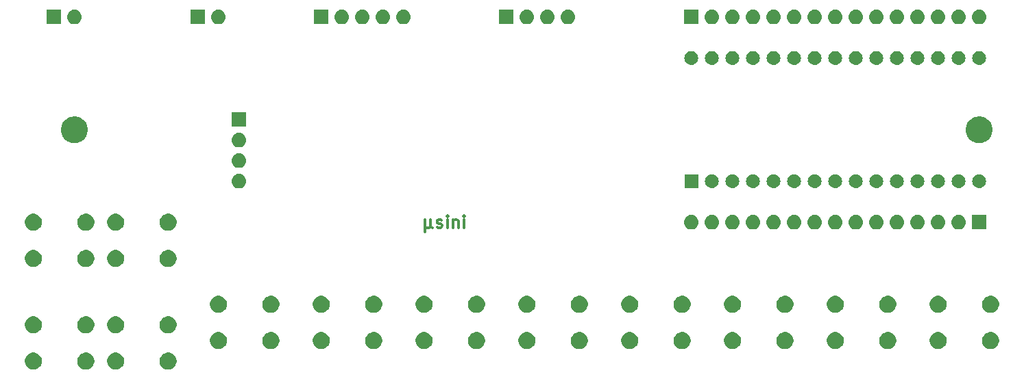
<source format=gbr>
G04 #@! TF.GenerationSoftware,KiCad,Pcbnew,(5.1.4)-1*
G04 #@! TF.CreationDate,2020-01-16T18:24:32+01:00*
G04 #@! TF.ProjectId,sinT,73696e54-2e6b-4696-9361-645f70636258,rev?*
G04 #@! TF.SameCoordinates,Original*
G04 #@! TF.FileFunction,Soldermask,Top*
G04 #@! TF.FilePolarity,Negative*
%FSLAX46Y46*%
G04 Gerber Fmt 4.6, Leading zero omitted, Abs format (unit mm)*
G04 Created by KiCad (PCBNEW (5.1.4)-1) date 2020-01-16 18:24:32*
%MOMM*%
%LPD*%
G04 APERTURE LIST*
%ADD10C,0.300000*%
%ADD11C,0.100000*%
G04 APERTURE END LIST*
D10*
X137271428Y-129218571D02*
X137271428Y-130718571D01*
X137985714Y-130004285D02*
X138057142Y-130147142D01*
X138200000Y-130218571D01*
X137271428Y-130004285D02*
X137342857Y-130147142D01*
X137485714Y-130218571D01*
X137771428Y-130218571D01*
X137914285Y-130147142D01*
X137985714Y-130004285D01*
X137985714Y-129218571D01*
X138771428Y-130147142D02*
X138914285Y-130218571D01*
X139200000Y-130218571D01*
X139342857Y-130147142D01*
X139414285Y-130004285D01*
X139414285Y-129932857D01*
X139342857Y-129790000D01*
X139200000Y-129718571D01*
X138985714Y-129718571D01*
X138842857Y-129647142D01*
X138771428Y-129504285D01*
X138771428Y-129432857D01*
X138842857Y-129290000D01*
X138985714Y-129218571D01*
X139200000Y-129218571D01*
X139342857Y-129290000D01*
X140057142Y-130218571D02*
X140057142Y-129218571D01*
X140057142Y-128718571D02*
X139985714Y-128790000D01*
X140057142Y-128861428D01*
X140128571Y-128790000D01*
X140057142Y-128718571D01*
X140057142Y-128861428D01*
X140771428Y-129218571D02*
X140771428Y-130218571D01*
X140771428Y-129361428D02*
X140842857Y-129290000D01*
X140985714Y-129218571D01*
X141200000Y-129218571D01*
X141342857Y-129290000D01*
X141414285Y-129432857D01*
X141414285Y-130218571D01*
X142128571Y-130218571D02*
X142128571Y-129218571D01*
X142128571Y-128718571D02*
X142057142Y-128790000D01*
X142128571Y-128861428D01*
X142200000Y-128790000D01*
X142128571Y-128718571D01*
X142128571Y-128861428D01*
D11*
G36*
X105866564Y-145729389D02*
G01*
X106057833Y-145808615D01*
X106057835Y-145808616D01*
X106229973Y-145923635D01*
X106376365Y-146070027D01*
X106491385Y-146242167D01*
X106570611Y-146433436D01*
X106611000Y-146636484D01*
X106611000Y-146843516D01*
X106570611Y-147046564D01*
X106491385Y-147237833D01*
X106491384Y-147237835D01*
X106376365Y-147409973D01*
X106229973Y-147556365D01*
X106057835Y-147671384D01*
X106057834Y-147671385D01*
X106057833Y-147671385D01*
X105866564Y-147750611D01*
X105663516Y-147791000D01*
X105456484Y-147791000D01*
X105253436Y-147750611D01*
X105062167Y-147671385D01*
X105062166Y-147671385D01*
X105062165Y-147671384D01*
X104890027Y-147556365D01*
X104743635Y-147409973D01*
X104628616Y-147237835D01*
X104628615Y-147237833D01*
X104549389Y-147046564D01*
X104509000Y-146843516D01*
X104509000Y-146636484D01*
X104549389Y-146433436D01*
X104628615Y-146242167D01*
X104743635Y-146070027D01*
X104890027Y-145923635D01*
X105062165Y-145808616D01*
X105062167Y-145808615D01*
X105253436Y-145729389D01*
X105456484Y-145689000D01*
X105663516Y-145689000D01*
X105866564Y-145729389D01*
X105866564Y-145729389D01*
G37*
G36*
X99366564Y-145729389D02*
G01*
X99557833Y-145808615D01*
X99557835Y-145808616D01*
X99729973Y-145923635D01*
X99876365Y-146070027D01*
X99991385Y-146242167D01*
X100070611Y-146433436D01*
X100111000Y-146636484D01*
X100111000Y-146843516D01*
X100070611Y-147046564D01*
X99991385Y-147237833D01*
X99991384Y-147237835D01*
X99876365Y-147409973D01*
X99729973Y-147556365D01*
X99557835Y-147671384D01*
X99557834Y-147671385D01*
X99557833Y-147671385D01*
X99366564Y-147750611D01*
X99163516Y-147791000D01*
X98956484Y-147791000D01*
X98753436Y-147750611D01*
X98562167Y-147671385D01*
X98562166Y-147671385D01*
X98562165Y-147671384D01*
X98390027Y-147556365D01*
X98243635Y-147409973D01*
X98128616Y-147237835D01*
X98128615Y-147237833D01*
X98049389Y-147046564D01*
X98009000Y-146843516D01*
X98009000Y-146636484D01*
X98049389Y-146433436D01*
X98128615Y-146242167D01*
X98243635Y-146070027D01*
X98390027Y-145923635D01*
X98562165Y-145808616D01*
X98562167Y-145808615D01*
X98753436Y-145729389D01*
X98956484Y-145689000D01*
X99163516Y-145689000D01*
X99366564Y-145729389D01*
X99366564Y-145729389D01*
G37*
G36*
X89206564Y-145729389D02*
G01*
X89397833Y-145808615D01*
X89397835Y-145808616D01*
X89569973Y-145923635D01*
X89716365Y-146070027D01*
X89831385Y-146242167D01*
X89910611Y-146433436D01*
X89951000Y-146636484D01*
X89951000Y-146843516D01*
X89910611Y-147046564D01*
X89831385Y-147237833D01*
X89831384Y-147237835D01*
X89716365Y-147409973D01*
X89569973Y-147556365D01*
X89397835Y-147671384D01*
X89397834Y-147671385D01*
X89397833Y-147671385D01*
X89206564Y-147750611D01*
X89003516Y-147791000D01*
X88796484Y-147791000D01*
X88593436Y-147750611D01*
X88402167Y-147671385D01*
X88402166Y-147671385D01*
X88402165Y-147671384D01*
X88230027Y-147556365D01*
X88083635Y-147409973D01*
X87968616Y-147237835D01*
X87968615Y-147237833D01*
X87889389Y-147046564D01*
X87849000Y-146843516D01*
X87849000Y-146636484D01*
X87889389Y-146433436D01*
X87968615Y-146242167D01*
X88083635Y-146070027D01*
X88230027Y-145923635D01*
X88402165Y-145808616D01*
X88402167Y-145808615D01*
X88593436Y-145729389D01*
X88796484Y-145689000D01*
X89003516Y-145689000D01*
X89206564Y-145729389D01*
X89206564Y-145729389D01*
G37*
G36*
X95706564Y-145729389D02*
G01*
X95897833Y-145808615D01*
X95897835Y-145808616D01*
X96069973Y-145923635D01*
X96216365Y-146070027D01*
X96331385Y-146242167D01*
X96410611Y-146433436D01*
X96451000Y-146636484D01*
X96451000Y-146843516D01*
X96410611Y-147046564D01*
X96331385Y-147237833D01*
X96331384Y-147237835D01*
X96216365Y-147409973D01*
X96069973Y-147556365D01*
X95897835Y-147671384D01*
X95897834Y-147671385D01*
X95897833Y-147671385D01*
X95706564Y-147750611D01*
X95503516Y-147791000D01*
X95296484Y-147791000D01*
X95093436Y-147750611D01*
X94902167Y-147671385D01*
X94902166Y-147671385D01*
X94902165Y-147671384D01*
X94730027Y-147556365D01*
X94583635Y-147409973D01*
X94468616Y-147237835D01*
X94468615Y-147237833D01*
X94389389Y-147046564D01*
X94349000Y-146843516D01*
X94349000Y-146636484D01*
X94389389Y-146433436D01*
X94468615Y-146242167D01*
X94583635Y-146070027D01*
X94730027Y-145923635D01*
X94902165Y-145808616D01*
X94902167Y-145808615D01*
X95093436Y-145729389D01*
X95296484Y-145689000D01*
X95503516Y-145689000D01*
X95706564Y-145729389D01*
X95706564Y-145729389D01*
G37*
G36*
X112066564Y-143189389D02*
G01*
X112214367Y-143250611D01*
X112257835Y-143268616D01*
X112291335Y-143291000D01*
X112429973Y-143383635D01*
X112576365Y-143530027D01*
X112691385Y-143702167D01*
X112770611Y-143893436D01*
X112811000Y-144096484D01*
X112811000Y-144303516D01*
X112770611Y-144506564D01*
X112691385Y-144697833D01*
X112691384Y-144697835D01*
X112576365Y-144869973D01*
X112429973Y-145016365D01*
X112257835Y-145131384D01*
X112257834Y-145131385D01*
X112257833Y-145131385D01*
X112066564Y-145210611D01*
X111863516Y-145251000D01*
X111656484Y-145251000D01*
X111453436Y-145210611D01*
X111262167Y-145131385D01*
X111262166Y-145131385D01*
X111262165Y-145131384D01*
X111090027Y-145016365D01*
X110943635Y-144869973D01*
X110828616Y-144697835D01*
X110828615Y-144697833D01*
X110749389Y-144506564D01*
X110709000Y-144303516D01*
X110709000Y-144096484D01*
X110749389Y-143893436D01*
X110828615Y-143702167D01*
X110943635Y-143530027D01*
X111090027Y-143383635D01*
X111228665Y-143291000D01*
X111262165Y-143268616D01*
X111305633Y-143250611D01*
X111453436Y-143189389D01*
X111656484Y-143149000D01*
X111863516Y-143149000D01*
X112066564Y-143189389D01*
X112066564Y-143189389D01*
G37*
G36*
X207466564Y-143189389D02*
G01*
X207614367Y-143250611D01*
X207657835Y-143268616D01*
X207691335Y-143291000D01*
X207829973Y-143383635D01*
X207976365Y-143530027D01*
X208091385Y-143702167D01*
X208170611Y-143893436D01*
X208211000Y-144096484D01*
X208211000Y-144303516D01*
X208170611Y-144506564D01*
X208091385Y-144697833D01*
X208091384Y-144697835D01*
X207976365Y-144869973D01*
X207829973Y-145016365D01*
X207657835Y-145131384D01*
X207657834Y-145131385D01*
X207657833Y-145131385D01*
X207466564Y-145210611D01*
X207263516Y-145251000D01*
X207056484Y-145251000D01*
X206853436Y-145210611D01*
X206662167Y-145131385D01*
X206662166Y-145131385D01*
X206662165Y-145131384D01*
X206490027Y-145016365D01*
X206343635Y-144869973D01*
X206228616Y-144697835D01*
X206228615Y-144697833D01*
X206149389Y-144506564D01*
X206109000Y-144303516D01*
X206109000Y-144096484D01*
X206149389Y-143893436D01*
X206228615Y-143702167D01*
X206343635Y-143530027D01*
X206490027Y-143383635D01*
X206628665Y-143291000D01*
X206662165Y-143268616D01*
X206705633Y-143250611D01*
X206853436Y-143189389D01*
X207056484Y-143149000D01*
X207263516Y-143149000D01*
X207466564Y-143189389D01*
X207466564Y-143189389D01*
G37*
G36*
X200966564Y-143189389D02*
G01*
X201114367Y-143250611D01*
X201157835Y-143268616D01*
X201191335Y-143291000D01*
X201329973Y-143383635D01*
X201476365Y-143530027D01*
X201591385Y-143702167D01*
X201670611Y-143893436D01*
X201711000Y-144096484D01*
X201711000Y-144303516D01*
X201670611Y-144506564D01*
X201591385Y-144697833D01*
X201591384Y-144697835D01*
X201476365Y-144869973D01*
X201329973Y-145016365D01*
X201157835Y-145131384D01*
X201157834Y-145131385D01*
X201157833Y-145131385D01*
X200966564Y-145210611D01*
X200763516Y-145251000D01*
X200556484Y-145251000D01*
X200353436Y-145210611D01*
X200162167Y-145131385D01*
X200162166Y-145131385D01*
X200162165Y-145131384D01*
X199990027Y-145016365D01*
X199843635Y-144869973D01*
X199728616Y-144697835D01*
X199728615Y-144697833D01*
X199649389Y-144506564D01*
X199609000Y-144303516D01*
X199609000Y-144096484D01*
X199649389Y-143893436D01*
X199728615Y-143702167D01*
X199843635Y-143530027D01*
X199990027Y-143383635D01*
X200128665Y-143291000D01*
X200162165Y-143268616D01*
X200205633Y-143250611D01*
X200353436Y-143189389D01*
X200556484Y-143149000D01*
X200763516Y-143149000D01*
X200966564Y-143189389D01*
X200966564Y-143189389D01*
G37*
G36*
X194766564Y-143189389D02*
G01*
X194914367Y-143250611D01*
X194957835Y-143268616D01*
X194991335Y-143291000D01*
X195129973Y-143383635D01*
X195276365Y-143530027D01*
X195391385Y-143702167D01*
X195470611Y-143893436D01*
X195511000Y-144096484D01*
X195511000Y-144303516D01*
X195470611Y-144506564D01*
X195391385Y-144697833D01*
X195391384Y-144697835D01*
X195276365Y-144869973D01*
X195129973Y-145016365D01*
X194957835Y-145131384D01*
X194957834Y-145131385D01*
X194957833Y-145131385D01*
X194766564Y-145210611D01*
X194563516Y-145251000D01*
X194356484Y-145251000D01*
X194153436Y-145210611D01*
X193962167Y-145131385D01*
X193962166Y-145131385D01*
X193962165Y-145131384D01*
X193790027Y-145016365D01*
X193643635Y-144869973D01*
X193528616Y-144697835D01*
X193528615Y-144697833D01*
X193449389Y-144506564D01*
X193409000Y-144303516D01*
X193409000Y-144096484D01*
X193449389Y-143893436D01*
X193528615Y-143702167D01*
X193643635Y-143530027D01*
X193790027Y-143383635D01*
X193928665Y-143291000D01*
X193962165Y-143268616D01*
X194005633Y-143250611D01*
X194153436Y-143189389D01*
X194356484Y-143149000D01*
X194563516Y-143149000D01*
X194766564Y-143189389D01*
X194766564Y-143189389D01*
G37*
G36*
X182066564Y-143189389D02*
G01*
X182214367Y-143250611D01*
X182257835Y-143268616D01*
X182291335Y-143291000D01*
X182429973Y-143383635D01*
X182576365Y-143530027D01*
X182691385Y-143702167D01*
X182770611Y-143893436D01*
X182811000Y-144096484D01*
X182811000Y-144303516D01*
X182770611Y-144506564D01*
X182691385Y-144697833D01*
X182691384Y-144697835D01*
X182576365Y-144869973D01*
X182429973Y-145016365D01*
X182257835Y-145131384D01*
X182257834Y-145131385D01*
X182257833Y-145131385D01*
X182066564Y-145210611D01*
X181863516Y-145251000D01*
X181656484Y-145251000D01*
X181453436Y-145210611D01*
X181262167Y-145131385D01*
X181262166Y-145131385D01*
X181262165Y-145131384D01*
X181090027Y-145016365D01*
X180943635Y-144869973D01*
X180828616Y-144697835D01*
X180828615Y-144697833D01*
X180749389Y-144506564D01*
X180709000Y-144303516D01*
X180709000Y-144096484D01*
X180749389Y-143893436D01*
X180828615Y-143702167D01*
X180943635Y-143530027D01*
X181090027Y-143383635D01*
X181228665Y-143291000D01*
X181262165Y-143268616D01*
X181305633Y-143250611D01*
X181453436Y-143189389D01*
X181656484Y-143149000D01*
X181863516Y-143149000D01*
X182066564Y-143189389D01*
X182066564Y-143189389D01*
G37*
G36*
X175566564Y-143189389D02*
G01*
X175714367Y-143250611D01*
X175757835Y-143268616D01*
X175791335Y-143291000D01*
X175929973Y-143383635D01*
X176076365Y-143530027D01*
X176191385Y-143702167D01*
X176270611Y-143893436D01*
X176311000Y-144096484D01*
X176311000Y-144303516D01*
X176270611Y-144506564D01*
X176191385Y-144697833D01*
X176191384Y-144697835D01*
X176076365Y-144869973D01*
X175929973Y-145016365D01*
X175757835Y-145131384D01*
X175757834Y-145131385D01*
X175757833Y-145131385D01*
X175566564Y-145210611D01*
X175363516Y-145251000D01*
X175156484Y-145251000D01*
X174953436Y-145210611D01*
X174762167Y-145131385D01*
X174762166Y-145131385D01*
X174762165Y-145131384D01*
X174590027Y-145016365D01*
X174443635Y-144869973D01*
X174328616Y-144697835D01*
X174328615Y-144697833D01*
X174249389Y-144506564D01*
X174209000Y-144303516D01*
X174209000Y-144096484D01*
X174249389Y-143893436D01*
X174328615Y-143702167D01*
X174443635Y-143530027D01*
X174590027Y-143383635D01*
X174728665Y-143291000D01*
X174762165Y-143268616D01*
X174805633Y-143250611D01*
X174953436Y-143189389D01*
X175156484Y-143149000D01*
X175363516Y-143149000D01*
X175566564Y-143189389D01*
X175566564Y-143189389D01*
G37*
G36*
X169366564Y-143189389D02*
G01*
X169514367Y-143250611D01*
X169557835Y-143268616D01*
X169591335Y-143291000D01*
X169729973Y-143383635D01*
X169876365Y-143530027D01*
X169991385Y-143702167D01*
X170070611Y-143893436D01*
X170111000Y-144096484D01*
X170111000Y-144303516D01*
X170070611Y-144506564D01*
X169991385Y-144697833D01*
X169991384Y-144697835D01*
X169876365Y-144869973D01*
X169729973Y-145016365D01*
X169557835Y-145131384D01*
X169557834Y-145131385D01*
X169557833Y-145131385D01*
X169366564Y-145210611D01*
X169163516Y-145251000D01*
X168956484Y-145251000D01*
X168753436Y-145210611D01*
X168562167Y-145131385D01*
X168562166Y-145131385D01*
X168562165Y-145131384D01*
X168390027Y-145016365D01*
X168243635Y-144869973D01*
X168128616Y-144697835D01*
X168128615Y-144697833D01*
X168049389Y-144506564D01*
X168009000Y-144303516D01*
X168009000Y-144096484D01*
X168049389Y-143893436D01*
X168128615Y-143702167D01*
X168243635Y-143530027D01*
X168390027Y-143383635D01*
X168528665Y-143291000D01*
X168562165Y-143268616D01*
X168605633Y-143250611D01*
X168753436Y-143189389D01*
X168956484Y-143149000D01*
X169163516Y-143149000D01*
X169366564Y-143189389D01*
X169366564Y-143189389D01*
G37*
G36*
X162866564Y-143189389D02*
G01*
X163014367Y-143250611D01*
X163057835Y-143268616D01*
X163091335Y-143291000D01*
X163229973Y-143383635D01*
X163376365Y-143530027D01*
X163491385Y-143702167D01*
X163570611Y-143893436D01*
X163611000Y-144096484D01*
X163611000Y-144303516D01*
X163570611Y-144506564D01*
X163491385Y-144697833D01*
X163491384Y-144697835D01*
X163376365Y-144869973D01*
X163229973Y-145016365D01*
X163057835Y-145131384D01*
X163057834Y-145131385D01*
X163057833Y-145131385D01*
X162866564Y-145210611D01*
X162663516Y-145251000D01*
X162456484Y-145251000D01*
X162253436Y-145210611D01*
X162062167Y-145131385D01*
X162062166Y-145131385D01*
X162062165Y-145131384D01*
X161890027Y-145016365D01*
X161743635Y-144869973D01*
X161628616Y-144697835D01*
X161628615Y-144697833D01*
X161549389Y-144506564D01*
X161509000Y-144303516D01*
X161509000Y-144096484D01*
X161549389Y-143893436D01*
X161628615Y-143702167D01*
X161743635Y-143530027D01*
X161890027Y-143383635D01*
X162028665Y-143291000D01*
X162062165Y-143268616D01*
X162105633Y-143250611D01*
X162253436Y-143189389D01*
X162456484Y-143149000D01*
X162663516Y-143149000D01*
X162866564Y-143189389D01*
X162866564Y-143189389D01*
G37*
G36*
X150166564Y-143189389D02*
G01*
X150314367Y-143250611D01*
X150357835Y-143268616D01*
X150391335Y-143291000D01*
X150529973Y-143383635D01*
X150676365Y-143530027D01*
X150791385Y-143702167D01*
X150870611Y-143893436D01*
X150911000Y-144096484D01*
X150911000Y-144303516D01*
X150870611Y-144506564D01*
X150791385Y-144697833D01*
X150791384Y-144697835D01*
X150676365Y-144869973D01*
X150529973Y-145016365D01*
X150357835Y-145131384D01*
X150357834Y-145131385D01*
X150357833Y-145131385D01*
X150166564Y-145210611D01*
X149963516Y-145251000D01*
X149756484Y-145251000D01*
X149553436Y-145210611D01*
X149362167Y-145131385D01*
X149362166Y-145131385D01*
X149362165Y-145131384D01*
X149190027Y-145016365D01*
X149043635Y-144869973D01*
X148928616Y-144697835D01*
X148928615Y-144697833D01*
X148849389Y-144506564D01*
X148809000Y-144303516D01*
X148809000Y-144096484D01*
X148849389Y-143893436D01*
X148928615Y-143702167D01*
X149043635Y-143530027D01*
X149190027Y-143383635D01*
X149328665Y-143291000D01*
X149362165Y-143268616D01*
X149405633Y-143250611D01*
X149553436Y-143189389D01*
X149756484Y-143149000D01*
X149963516Y-143149000D01*
X150166564Y-143189389D01*
X150166564Y-143189389D01*
G37*
G36*
X143966564Y-143189389D02*
G01*
X144114367Y-143250611D01*
X144157835Y-143268616D01*
X144191335Y-143291000D01*
X144329973Y-143383635D01*
X144476365Y-143530027D01*
X144591385Y-143702167D01*
X144670611Y-143893436D01*
X144711000Y-144096484D01*
X144711000Y-144303516D01*
X144670611Y-144506564D01*
X144591385Y-144697833D01*
X144591384Y-144697835D01*
X144476365Y-144869973D01*
X144329973Y-145016365D01*
X144157835Y-145131384D01*
X144157834Y-145131385D01*
X144157833Y-145131385D01*
X143966564Y-145210611D01*
X143763516Y-145251000D01*
X143556484Y-145251000D01*
X143353436Y-145210611D01*
X143162167Y-145131385D01*
X143162166Y-145131385D01*
X143162165Y-145131384D01*
X142990027Y-145016365D01*
X142843635Y-144869973D01*
X142728616Y-144697835D01*
X142728615Y-144697833D01*
X142649389Y-144506564D01*
X142609000Y-144303516D01*
X142609000Y-144096484D01*
X142649389Y-143893436D01*
X142728615Y-143702167D01*
X142843635Y-143530027D01*
X142990027Y-143383635D01*
X143128665Y-143291000D01*
X143162165Y-143268616D01*
X143205633Y-143250611D01*
X143353436Y-143189389D01*
X143556484Y-143149000D01*
X143763516Y-143149000D01*
X143966564Y-143189389D01*
X143966564Y-143189389D01*
G37*
G36*
X137466564Y-143189389D02*
G01*
X137614367Y-143250611D01*
X137657835Y-143268616D01*
X137691335Y-143291000D01*
X137829973Y-143383635D01*
X137976365Y-143530027D01*
X138091385Y-143702167D01*
X138170611Y-143893436D01*
X138211000Y-144096484D01*
X138211000Y-144303516D01*
X138170611Y-144506564D01*
X138091385Y-144697833D01*
X138091384Y-144697835D01*
X137976365Y-144869973D01*
X137829973Y-145016365D01*
X137657835Y-145131384D01*
X137657834Y-145131385D01*
X137657833Y-145131385D01*
X137466564Y-145210611D01*
X137263516Y-145251000D01*
X137056484Y-145251000D01*
X136853436Y-145210611D01*
X136662167Y-145131385D01*
X136662166Y-145131385D01*
X136662165Y-145131384D01*
X136490027Y-145016365D01*
X136343635Y-144869973D01*
X136228616Y-144697835D01*
X136228615Y-144697833D01*
X136149389Y-144506564D01*
X136109000Y-144303516D01*
X136109000Y-144096484D01*
X136149389Y-143893436D01*
X136228615Y-143702167D01*
X136343635Y-143530027D01*
X136490027Y-143383635D01*
X136628665Y-143291000D01*
X136662165Y-143268616D01*
X136705633Y-143250611D01*
X136853436Y-143189389D01*
X137056484Y-143149000D01*
X137263516Y-143149000D01*
X137466564Y-143189389D01*
X137466564Y-143189389D01*
G37*
G36*
X131266564Y-143189389D02*
G01*
X131414367Y-143250611D01*
X131457835Y-143268616D01*
X131491335Y-143291000D01*
X131629973Y-143383635D01*
X131776365Y-143530027D01*
X131891385Y-143702167D01*
X131970611Y-143893436D01*
X132011000Y-144096484D01*
X132011000Y-144303516D01*
X131970611Y-144506564D01*
X131891385Y-144697833D01*
X131891384Y-144697835D01*
X131776365Y-144869973D01*
X131629973Y-145016365D01*
X131457835Y-145131384D01*
X131457834Y-145131385D01*
X131457833Y-145131385D01*
X131266564Y-145210611D01*
X131063516Y-145251000D01*
X130856484Y-145251000D01*
X130653436Y-145210611D01*
X130462167Y-145131385D01*
X130462166Y-145131385D01*
X130462165Y-145131384D01*
X130290027Y-145016365D01*
X130143635Y-144869973D01*
X130028616Y-144697835D01*
X130028615Y-144697833D01*
X129949389Y-144506564D01*
X129909000Y-144303516D01*
X129909000Y-144096484D01*
X129949389Y-143893436D01*
X130028615Y-143702167D01*
X130143635Y-143530027D01*
X130290027Y-143383635D01*
X130428665Y-143291000D01*
X130462165Y-143268616D01*
X130505633Y-143250611D01*
X130653436Y-143189389D01*
X130856484Y-143149000D01*
X131063516Y-143149000D01*
X131266564Y-143189389D01*
X131266564Y-143189389D01*
G37*
G36*
X124766564Y-143189389D02*
G01*
X124914367Y-143250611D01*
X124957835Y-143268616D01*
X124991335Y-143291000D01*
X125129973Y-143383635D01*
X125276365Y-143530027D01*
X125391385Y-143702167D01*
X125470611Y-143893436D01*
X125511000Y-144096484D01*
X125511000Y-144303516D01*
X125470611Y-144506564D01*
X125391385Y-144697833D01*
X125391384Y-144697835D01*
X125276365Y-144869973D01*
X125129973Y-145016365D01*
X124957835Y-145131384D01*
X124957834Y-145131385D01*
X124957833Y-145131385D01*
X124766564Y-145210611D01*
X124563516Y-145251000D01*
X124356484Y-145251000D01*
X124153436Y-145210611D01*
X123962167Y-145131385D01*
X123962166Y-145131385D01*
X123962165Y-145131384D01*
X123790027Y-145016365D01*
X123643635Y-144869973D01*
X123528616Y-144697835D01*
X123528615Y-144697833D01*
X123449389Y-144506564D01*
X123409000Y-144303516D01*
X123409000Y-144096484D01*
X123449389Y-143893436D01*
X123528615Y-143702167D01*
X123643635Y-143530027D01*
X123790027Y-143383635D01*
X123928665Y-143291000D01*
X123962165Y-143268616D01*
X124005633Y-143250611D01*
X124153436Y-143189389D01*
X124356484Y-143149000D01*
X124563516Y-143149000D01*
X124766564Y-143189389D01*
X124766564Y-143189389D01*
G37*
G36*
X118566564Y-143189389D02*
G01*
X118714367Y-143250611D01*
X118757835Y-143268616D01*
X118791335Y-143291000D01*
X118929973Y-143383635D01*
X119076365Y-143530027D01*
X119191385Y-143702167D01*
X119270611Y-143893436D01*
X119311000Y-144096484D01*
X119311000Y-144303516D01*
X119270611Y-144506564D01*
X119191385Y-144697833D01*
X119191384Y-144697835D01*
X119076365Y-144869973D01*
X118929973Y-145016365D01*
X118757835Y-145131384D01*
X118757834Y-145131385D01*
X118757833Y-145131385D01*
X118566564Y-145210611D01*
X118363516Y-145251000D01*
X118156484Y-145251000D01*
X117953436Y-145210611D01*
X117762167Y-145131385D01*
X117762166Y-145131385D01*
X117762165Y-145131384D01*
X117590027Y-145016365D01*
X117443635Y-144869973D01*
X117328616Y-144697835D01*
X117328615Y-144697833D01*
X117249389Y-144506564D01*
X117209000Y-144303516D01*
X117209000Y-144096484D01*
X117249389Y-143893436D01*
X117328615Y-143702167D01*
X117443635Y-143530027D01*
X117590027Y-143383635D01*
X117728665Y-143291000D01*
X117762165Y-143268616D01*
X117805633Y-143250611D01*
X117953436Y-143189389D01*
X118156484Y-143149000D01*
X118363516Y-143149000D01*
X118566564Y-143189389D01*
X118566564Y-143189389D01*
G37*
G36*
X188266564Y-143189389D02*
G01*
X188414367Y-143250611D01*
X188457835Y-143268616D01*
X188491335Y-143291000D01*
X188629973Y-143383635D01*
X188776365Y-143530027D01*
X188891385Y-143702167D01*
X188970611Y-143893436D01*
X189011000Y-144096484D01*
X189011000Y-144303516D01*
X188970611Y-144506564D01*
X188891385Y-144697833D01*
X188891384Y-144697835D01*
X188776365Y-144869973D01*
X188629973Y-145016365D01*
X188457835Y-145131384D01*
X188457834Y-145131385D01*
X188457833Y-145131385D01*
X188266564Y-145210611D01*
X188063516Y-145251000D01*
X187856484Y-145251000D01*
X187653436Y-145210611D01*
X187462167Y-145131385D01*
X187462166Y-145131385D01*
X187462165Y-145131384D01*
X187290027Y-145016365D01*
X187143635Y-144869973D01*
X187028616Y-144697835D01*
X187028615Y-144697833D01*
X186949389Y-144506564D01*
X186909000Y-144303516D01*
X186909000Y-144096484D01*
X186949389Y-143893436D01*
X187028615Y-143702167D01*
X187143635Y-143530027D01*
X187290027Y-143383635D01*
X187428665Y-143291000D01*
X187462165Y-143268616D01*
X187505633Y-143250611D01*
X187653436Y-143189389D01*
X187856484Y-143149000D01*
X188063516Y-143149000D01*
X188266564Y-143189389D01*
X188266564Y-143189389D01*
G37*
G36*
X156666564Y-143189389D02*
G01*
X156814367Y-143250611D01*
X156857835Y-143268616D01*
X156891335Y-143291000D01*
X157029973Y-143383635D01*
X157176365Y-143530027D01*
X157291385Y-143702167D01*
X157370611Y-143893436D01*
X157411000Y-144096484D01*
X157411000Y-144303516D01*
X157370611Y-144506564D01*
X157291385Y-144697833D01*
X157291384Y-144697835D01*
X157176365Y-144869973D01*
X157029973Y-145016365D01*
X156857835Y-145131384D01*
X156857834Y-145131385D01*
X156857833Y-145131385D01*
X156666564Y-145210611D01*
X156463516Y-145251000D01*
X156256484Y-145251000D01*
X156053436Y-145210611D01*
X155862167Y-145131385D01*
X155862166Y-145131385D01*
X155862165Y-145131384D01*
X155690027Y-145016365D01*
X155543635Y-144869973D01*
X155428616Y-144697835D01*
X155428615Y-144697833D01*
X155349389Y-144506564D01*
X155309000Y-144303516D01*
X155309000Y-144096484D01*
X155349389Y-143893436D01*
X155428615Y-143702167D01*
X155543635Y-143530027D01*
X155690027Y-143383635D01*
X155828665Y-143291000D01*
X155862165Y-143268616D01*
X155905633Y-143250611D01*
X156053436Y-143189389D01*
X156256484Y-143149000D01*
X156463516Y-143149000D01*
X156666564Y-143189389D01*
X156666564Y-143189389D01*
G37*
G36*
X95706564Y-141229389D02*
G01*
X95897833Y-141308615D01*
X95897835Y-141308616D01*
X96069973Y-141423635D01*
X96216365Y-141570027D01*
X96331385Y-141742167D01*
X96410611Y-141933436D01*
X96451000Y-142136484D01*
X96451000Y-142343516D01*
X96410611Y-142546564D01*
X96331385Y-142737833D01*
X96331384Y-142737835D01*
X96216365Y-142909973D01*
X96069973Y-143056365D01*
X95897835Y-143171384D01*
X95897834Y-143171385D01*
X95897833Y-143171385D01*
X95706564Y-143250611D01*
X95503516Y-143291000D01*
X95296484Y-143291000D01*
X95093436Y-143250611D01*
X94902167Y-143171385D01*
X94902166Y-143171385D01*
X94902165Y-143171384D01*
X94730027Y-143056365D01*
X94583635Y-142909973D01*
X94468616Y-142737835D01*
X94468615Y-142737833D01*
X94389389Y-142546564D01*
X94349000Y-142343516D01*
X94349000Y-142136484D01*
X94389389Y-141933436D01*
X94468615Y-141742167D01*
X94583635Y-141570027D01*
X94730027Y-141423635D01*
X94902165Y-141308616D01*
X94902167Y-141308615D01*
X95093436Y-141229389D01*
X95296484Y-141189000D01*
X95503516Y-141189000D01*
X95706564Y-141229389D01*
X95706564Y-141229389D01*
G37*
G36*
X105866564Y-141229389D02*
G01*
X106057833Y-141308615D01*
X106057835Y-141308616D01*
X106229973Y-141423635D01*
X106376365Y-141570027D01*
X106491385Y-141742167D01*
X106570611Y-141933436D01*
X106611000Y-142136484D01*
X106611000Y-142343516D01*
X106570611Y-142546564D01*
X106491385Y-142737833D01*
X106491384Y-142737835D01*
X106376365Y-142909973D01*
X106229973Y-143056365D01*
X106057835Y-143171384D01*
X106057834Y-143171385D01*
X106057833Y-143171385D01*
X105866564Y-143250611D01*
X105663516Y-143291000D01*
X105456484Y-143291000D01*
X105253436Y-143250611D01*
X105062167Y-143171385D01*
X105062166Y-143171385D01*
X105062165Y-143171384D01*
X104890027Y-143056365D01*
X104743635Y-142909973D01*
X104628616Y-142737835D01*
X104628615Y-142737833D01*
X104549389Y-142546564D01*
X104509000Y-142343516D01*
X104509000Y-142136484D01*
X104549389Y-141933436D01*
X104628615Y-141742167D01*
X104743635Y-141570027D01*
X104890027Y-141423635D01*
X105062165Y-141308616D01*
X105062167Y-141308615D01*
X105253436Y-141229389D01*
X105456484Y-141189000D01*
X105663516Y-141189000D01*
X105866564Y-141229389D01*
X105866564Y-141229389D01*
G37*
G36*
X89206564Y-141229389D02*
G01*
X89397833Y-141308615D01*
X89397835Y-141308616D01*
X89569973Y-141423635D01*
X89716365Y-141570027D01*
X89831385Y-141742167D01*
X89910611Y-141933436D01*
X89951000Y-142136484D01*
X89951000Y-142343516D01*
X89910611Y-142546564D01*
X89831385Y-142737833D01*
X89831384Y-142737835D01*
X89716365Y-142909973D01*
X89569973Y-143056365D01*
X89397835Y-143171384D01*
X89397834Y-143171385D01*
X89397833Y-143171385D01*
X89206564Y-143250611D01*
X89003516Y-143291000D01*
X88796484Y-143291000D01*
X88593436Y-143250611D01*
X88402167Y-143171385D01*
X88402166Y-143171385D01*
X88402165Y-143171384D01*
X88230027Y-143056365D01*
X88083635Y-142909973D01*
X87968616Y-142737835D01*
X87968615Y-142737833D01*
X87889389Y-142546564D01*
X87849000Y-142343516D01*
X87849000Y-142136484D01*
X87889389Y-141933436D01*
X87968615Y-141742167D01*
X88083635Y-141570027D01*
X88230027Y-141423635D01*
X88402165Y-141308616D01*
X88402167Y-141308615D01*
X88593436Y-141229389D01*
X88796484Y-141189000D01*
X89003516Y-141189000D01*
X89206564Y-141229389D01*
X89206564Y-141229389D01*
G37*
G36*
X99366564Y-141229389D02*
G01*
X99557833Y-141308615D01*
X99557835Y-141308616D01*
X99729973Y-141423635D01*
X99876365Y-141570027D01*
X99991385Y-141742167D01*
X100070611Y-141933436D01*
X100111000Y-142136484D01*
X100111000Y-142343516D01*
X100070611Y-142546564D01*
X99991385Y-142737833D01*
X99991384Y-142737835D01*
X99876365Y-142909973D01*
X99729973Y-143056365D01*
X99557835Y-143171384D01*
X99557834Y-143171385D01*
X99557833Y-143171385D01*
X99366564Y-143250611D01*
X99163516Y-143291000D01*
X98956484Y-143291000D01*
X98753436Y-143250611D01*
X98562167Y-143171385D01*
X98562166Y-143171385D01*
X98562165Y-143171384D01*
X98390027Y-143056365D01*
X98243635Y-142909973D01*
X98128616Y-142737835D01*
X98128615Y-142737833D01*
X98049389Y-142546564D01*
X98009000Y-142343516D01*
X98009000Y-142136484D01*
X98049389Y-141933436D01*
X98128615Y-141742167D01*
X98243635Y-141570027D01*
X98390027Y-141423635D01*
X98562165Y-141308616D01*
X98562167Y-141308615D01*
X98753436Y-141229389D01*
X98956484Y-141189000D01*
X99163516Y-141189000D01*
X99366564Y-141229389D01*
X99366564Y-141229389D01*
G37*
G36*
X112066564Y-138689389D02*
G01*
X112257833Y-138768615D01*
X112257835Y-138768616D01*
X112429973Y-138883635D01*
X112576365Y-139030027D01*
X112691385Y-139202167D01*
X112770611Y-139393436D01*
X112811000Y-139596484D01*
X112811000Y-139803516D01*
X112770611Y-140006564D01*
X112691385Y-140197833D01*
X112691384Y-140197835D01*
X112576365Y-140369973D01*
X112429973Y-140516365D01*
X112257835Y-140631384D01*
X112257834Y-140631385D01*
X112257833Y-140631385D01*
X112066564Y-140710611D01*
X111863516Y-140751000D01*
X111656484Y-140751000D01*
X111453436Y-140710611D01*
X111262167Y-140631385D01*
X111262166Y-140631385D01*
X111262165Y-140631384D01*
X111090027Y-140516365D01*
X110943635Y-140369973D01*
X110828616Y-140197835D01*
X110828615Y-140197833D01*
X110749389Y-140006564D01*
X110709000Y-139803516D01*
X110709000Y-139596484D01*
X110749389Y-139393436D01*
X110828615Y-139202167D01*
X110943635Y-139030027D01*
X111090027Y-138883635D01*
X111262165Y-138768616D01*
X111262167Y-138768615D01*
X111453436Y-138689389D01*
X111656484Y-138649000D01*
X111863516Y-138649000D01*
X112066564Y-138689389D01*
X112066564Y-138689389D01*
G37*
G36*
X118566564Y-138689389D02*
G01*
X118757833Y-138768615D01*
X118757835Y-138768616D01*
X118929973Y-138883635D01*
X119076365Y-139030027D01*
X119191385Y-139202167D01*
X119270611Y-139393436D01*
X119311000Y-139596484D01*
X119311000Y-139803516D01*
X119270611Y-140006564D01*
X119191385Y-140197833D01*
X119191384Y-140197835D01*
X119076365Y-140369973D01*
X118929973Y-140516365D01*
X118757835Y-140631384D01*
X118757834Y-140631385D01*
X118757833Y-140631385D01*
X118566564Y-140710611D01*
X118363516Y-140751000D01*
X118156484Y-140751000D01*
X117953436Y-140710611D01*
X117762167Y-140631385D01*
X117762166Y-140631385D01*
X117762165Y-140631384D01*
X117590027Y-140516365D01*
X117443635Y-140369973D01*
X117328616Y-140197835D01*
X117328615Y-140197833D01*
X117249389Y-140006564D01*
X117209000Y-139803516D01*
X117209000Y-139596484D01*
X117249389Y-139393436D01*
X117328615Y-139202167D01*
X117443635Y-139030027D01*
X117590027Y-138883635D01*
X117762165Y-138768616D01*
X117762167Y-138768615D01*
X117953436Y-138689389D01*
X118156484Y-138649000D01*
X118363516Y-138649000D01*
X118566564Y-138689389D01*
X118566564Y-138689389D01*
G37*
G36*
X124766564Y-138689389D02*
G01*
X124957833Y-138768615D01*
X124957835Y-138768616D01*
X125129973Y-138883635D01*
X125276365Y-139030027D01*
X125391385Y-139202167D01*
X125470611Y-139393436D01*
X125511000Y-139596484D01*
X125511000Y-139803516D01*
X125470611Y-140006564D01*
X125391385Y-140197833D01*
X125391384Y-140197835D01*
X125276365Y-140369973D01*
X125129973Y-140516365D01*
X124957835Y-140631384D01*
X124957834Y-140631385D01*
X124957833Y-140631385D01*
X124766564Y-140710611D01*
X124563516Y-140751000D01*
X124356484Y-140751000D01*
X124153436Y-140710611D01*
X123962167Y-140631385D01*
X123962166Y-140631385D01*
X123962165Y-140631384D01*
X123790027Y-140516365D01*
X123643635Y-140369973D01*
X123528616Y-140197835D01*
X123528615Y-140197833D01*
X123449389Y-140006564D01*
X123409000Y-139803516D01*
X123409000Y-139596484D01*
X123449389Y-139393436D01*
X123528615Y-139202167D01*
X123643635Y-139030027D01*
X123790027Y-138883635D01*
X123962165Y-138768616D01*
X123962167Y-138768615D01*
X124153436Y-138689389D01*
X124356484Y-138649000D01*
X124563516Y-138649000D01*
X124766564Y-138689389D01*
X124766564Y-138689389D01*
G37*
G36*
X131266564Y-138689389D02*
G01*
X131457833Y-138768615D01*
X131457835Y-138768616D01*
X131629973Y-138883635D01*
X131776365Y-139030027D01*
X131891385Y-139202167D01*
X131970611Y-139393436D01*
X132011000Y-139596484D01*
X132011000Y-139803516D01*
X131970611Y-140006564D01*
X131891385Y-140197833D01*
X131891384Y-140197835D01*
X131776365Y-140369973D01*
X131629973Y-140516365D01*
X131457835Y-140631384D01*
X131457834Y-140631385D01*
X131457833Y-140631385D01*
X131266564Y-140710611D01*
X131063516Y-140751000D01*
X130856484Y-140751000D01*
X130653436Y-140710611D01*
X130462167Y-140631385D01*
X130462166Y-140631385D01*
X130462165Y-140631384D01*
X130290027Y-140516365D01*
X130143635Y-140369973D01*
X130028616Y-140197835D01*
X130028615Y-140197833D01*
X129949389Y-140006564D01*
X129909000Y-139803516D01*
X129909000Y-139596484D01*
X129949389Y-139393436D01*
X130028615Y-139202167D01*
X130143635Y-139030027D01*
X130290027Y-138883635D01*
X130462165Y-138768616D01*
X130462167Y-138768615D01*
X130653436Y-138689389D01*
X130856484Y-138649000D01*
X131063516Y-138649000D01*
X131266564Y-138689389D01*
X131266564Y-138689389D01*
G37*
G36*
X143966564Y-138689389D02*
G01*
X144157833Y-138768615D01*
X144157835Y-138768616D01*
X144329973Y-138883635D01*
X144476365Y-139030027D01*
X144591385Y-139202167D01*
X144670611Y-139393436D01*
X144711000Y-139596484D01*
X144711000Y-139803516D01*
X144670611Y-140006564D01*
X144591385Y-140197833D01*
X144591384Y-140197835D01*
X144476365Y-140369973D01*
X144329973Y-140516365D01*
X144157835Y-140631384D01*
X144157834Y-140631385D01*
X144157833Y-140631385D01*
X143966564Y-140710611D01*
X143763516Y-140751000D01*
X143556484Y-140751000D01*
X143353436Y-140710611D01*
X143162167Y-140631385D01*
X143162166Y-140631385D01*
X143162165Y-140631384D01*
X142990027Y-140516365D01*
X142843635Y-140369973D01*
X142728616Y-140197835D01*
X142728615Y-140197833D01*
X142649389Y-140006564D01*
X142609000Y-139803516D01*
X142609000Y-139596484D01*
X142649389Y-139393436D01*
X142728615Y-139202167D01*
X142843635Y-139030027D01*
X142990027Y-138883635D01*
X143162165Y-138768616D01*
X143162167Y-138768615D01*
X143353436Y-138689389D01*
X143556484Y-138649000D01*
X143763516Y-138649000D01*
X143966564Y-138689389D01*
X143966564Y-138689389D01*
G37*
G36*
X137466564Y-138689389D02*
G01*
X137657833Y-138768615D01*
X137657835Y-138768616D01*
X137829973Y-138883635D01*
X137976365Y-139030027D01*
X138091385Y-139202167D01*
X138170611Y-139393436D01*
X138211000Y-139596484D01*
X138211000Y-139803516D01*
X138170611Y-140006564D01*
X138091385Y-140197833D01*
X138091384Y-140197835D01*
X137976365Y-140369973D01*
X137829973Y-140516365D01*
X137657835Y-140631384D01*
X137657834Y-140631385D01*
X137657833Y-140631385D01*
X137466564Y-140710611D01*
X137263516Y-140751000D01*
X137056484Y-140751000D01*
X136853436Y-140710611D01*
X136662167Y-140631385D01*
X136662166Y-140631385D01*
X136662165Y-140631384D01*
X136490027Y-140516365D01*
X136343635Y-140369973D01*
X136228616Y-140197835D01*
X136228615Y-140197833D01*
X136149389Y-140006564D01*
X136109000Y-139803516D01*
X136109000Y-139596484D01*
X136149389Y-139393436D01*
X136228615Y-139202167D01*
X136343635Y-139030027D01*
X136490027Y-138883635D01*
X136662165Y-138768616D01*
X136662167Y-138768615D01*
X136853436Y-138689389D01*
X137056484Y-138649000D01*
X137263516Y-138649000D01*
X137466564Y-138689389D01*
X137466564Y-138689389D01*
G37*
G36*
X150166564Y-138689389D02*
G01*
X150357833Y-138768615D01*
X150357835Y-138768616D01*
X150529973Y-138883635D01*
X150676365Y-139030027D01*
X150791385Y-139202167D01*
X150870611Y-139393436D01*
X150911000Y-139596484D01*
X150911000Y-139803516D01*
X150870611Y-140006564D01*
X150791385Y-140197833D01*
X150791384Y-140197835D01*
X150676365Y-140369973D01*
X150529973Y-140516365D01*
X150357835Y-140631384D01*
X150357834Y-140631385D01*
X150357833Y-140631385D01*
X150166564Y-140710611D01*
X149963516Y-140751000D01*
X149756484Y-140751000D01*
X149553436Y-140710611D01*
X149362167Y-140631385D01*
X149362166Y-140631385D01*
X149362165Y-140631384D01*
X149190027Y-140516365D01*
X149043635Y-140369973D01*
X148928616Y-140197835D01*
X148928615Y-140197833D01*
X148849389Y-140006564D01*
X148809000Y-139803516D01*
X148809000Y-139596484D01*
X148849389Y-139393436D01*
X148928615Y-139202167D01*
X149043635Y-139030027D01*
X149190027Y-138883635D01*
X149362165Y-138768616D01*
X149362167Y-138768615D01*
X149553436Y-138689389D01*
X149756484Y-138649000D01*
X149963516Y-138649000D01*
X150166564Y-138689389D01*
X150166564Y-138689389D01*
G37*
G36*
X156666564Y-138689389D02*
G01*
X156857833Y-138768615D01*
X156857835Y-138768616D01*
X157029973Y-138883635D01*
X157176365Y-139030027D01*
X157291385Y-139202167D01*
X157370611Y-139393436D01*
X157411000Y-139596484D01*
X157411000Y-139803516D01*
X157370611Y-140006564D01*
X157291385Y-140197833D01*
X157291384Y-140197835D01*
X157176365Y-140369973D01*
X157029973Y-140516365D01*
X156857835Y-140631384D01*
X156857834Y-140631385D01*
X156857833Y-140631385D01*
X156666564Y-140710611D01*
X156463516Y-140751000D01*
X156256484Y-140751000D01*
X156053436Y-140710611D01*
X155862167Y-140631385D01*
X155862166Y-140631385D01*
X155862165Y-140631384D01*
X155690027Y-140516365D01*
X155543635Y-140369973D01*
X155428616Y-140197835D01*
X155428615Y-140197833D01*
X155349389Y-140006564D01*
X155309000Y-139803516D01*
X155309000Y-139596484D01*
X155349389Y-139393436D01*
X155428615Y-139202167D01*
X155543635Y-139030027D01*
X155690027Y-138883635D01*
X155862165Y-138768616D01*
X155862167Y-138768615D01*
X156053436Y-138689389D01*
X156256484Y-138649000D01*
X156463516Y-138649000D01*
X156666564Y-138689389D01*
X156666564Y-138689389D01*
G37*
G36*
X162866564Y-138689389D02*
G01*
X163057833Y-138768615D01*
X163057835Y-138768616D01*
X163229973Y-138883635D01*
X163376365Y-139030027D01*
X163491385Y-139202167D01*
X163570611Y-139393436D01*
X163611000Y-139596484D01*
X163611000Y-139803516D01*
X163570611Y-140006564D01*
X163491385Y-140197833D01*
X163491384Y-140197835D01*
X163376365Y-140369973D01*
X163229973Y-140516365D01*
X163057835Y-140631384D01*
X163057834Y-140631385D01*
X163057833Y-140631385D01*
X162866564Y-140710611D01*
X162663516Y-140751000D01*
X162456484Y-140751000D01*
X162253436Y-140710611D01*
X162062167Y-140631385D01*
X162062166Y-140631385D01*
X162062165Y-140631384D01*
X161890027Y-140516365D01*
X161743635Y-140369973D01*
X161628616Y-140197835D01*
X161628615Y-140197833D01*
X161549389Y-140006564D01*
X161509000Y-139803516D01*
X161509000Y-139596484D01*
X161549389Y-139393436D01*
X161628615Y-139202167D01*
X161743635Y-139030027D01*
X161890027Y-138883635D01*
X162062165Y-138768616D01*
X162062167Y-138768615D01*
X162253436Y-138689389D01*
X162456484Y-138649000D01*
X162663516Y-138649000D01*
X162866564Y-138689389D01*
X162866564Y-138689389D01*
G37*
G36*
X200966564Y-138689389D02*
G01*
X201157833Y-138768615D01*
X201157835Y-138768616D01*
X201329973Y-138883635D01*
X201476365Y-139030027D01*
X201591385Y-139202167D01*
X201670611Y-139393436D01*
X201711000Y-139596484D01*
X201711000Y-139803516D01*
X201670611Y-140006564D01*
X201591385Y-140197833D01*
X201591384Y-140197835D01*
X201476365Y-140369973D01*
X201329973Y-140516365D01*
X201157835Y-140631384D01*
X201157834Y-140631385D01*
X201157833Y-140631385D01*
X200966564Y-140710611D01*
X200763516Y-140751000D01*
X200556484Y-140751000D01*
X200353436Y-140710611D01*
X200162167Y-140631385D01*
X200162166Y-140631385D01*
X200162165Y-140631384D01*
X199990027Y-140516365D01*
X199843635Y-140369973D01*
X199728616Y-140197835D01*
X199728615Y-140197833D01*
X199649389Y-140006564D01*
X199609000Y-139803516D01*
X199609000Y-139596484D01*
X199649389Y-139393436D01*
X199728615Y-139202167D01*
X199843635Y-139030027D01*
X199990027Y-138883635D01*
X200162165Y-138768616D01*
X200162167Y-138768615D01*
X200353436Y-138689389D01*
X200556484Y-138649000D01*
X200763516Y-138649000D01*
X200966564Y-138689389D01*
X200966564Y-138689389D01*
G37*
G36*
X169366564Y-138689389D02*
G01*
X169557833Y-138768615D01*
X169557835Y-138768616D01*
X169729973Y-138883635D01*
X169876365Y-139030027D01*
X169991385Y-139202167D01*
X170070611Y-139393436D01*
X170111000Y-139596484D01*
X170111000Y-139803516D01*
X170070611Y-140006564D01*
X169991385Y-140197833D01*
X169991384Y-140197835D01*
X169876365Y-140369973D01*
X169729973Y-140516365D01*
X169557835Y-140631384D01*
X169557834Y-140631385D01*
X169557833Y-140631385D01*
X169366564Y-140710611D01*
X169163516Y-140751000D01*
X168956484Y-140751000D01*
X168753436Y-140710611D01*
X168562167Y-140631385D01*
X168562166Y-140631385D01*
X168562165Y-140631384D01*
X168390027Y-140516365D01*
X168243635Y-140369973D01*
X168128616Y-140197835D01*
X168128615Y-140197833D01*
X168049389Y-140006564D01*
X168009000Y-139803516D01*
X168009000Y-139596484D01*
X168049389Y-139393436D01*
X168128615Y-139202167D01*
X168243635Y-139030027D01*
X168390027Y-138883635D01*
X168562165Y-138768616D01*
X168562167Y-138768615D01*
X168753436Y-138689389D01*
X168956484Y-138649000D01*
X169163516Y-138649000D01*
X169366564Y-138689389D01*
X169366564Y-138689389D01*
G37*
G36*
X194766564Y-138689389D02*
G01*
X194957833Y-138768615D01*
X194957835Y-138768616D01*
X195129973Y-138883635D01*
X195276365Y-139030027D01*
X195391385Y-139202167D01*
X195470611Y-139393436D01*
X195511000Y-139596484D01*
X195511000Y-139803516D01*
X195470611Y-140006564D01*
X195391385Y-140197833D01*
X195391384Y-140197835D01*
X195276365Y-140369973D01*
X195129973Y-140516365D01*
X194957835Y-140631384D01*
X194957834Y-140631385D01*
X194957833Y-140631385D01*
X194766564Y-140710611D01*
X194563516Y-140751000D01*
X194356484Y-140751000D01*
X194153436Y-140710611D01*
X193962167Y-140631385D01*
X193962166Y-140631385D01*
X193962165Y-140631384D01*
X193790027Y-140516365D01*
X193643635Y-140369973D01*
X193528616Y-140197835D01*
X193528615Y-140197833D01*
X193449389Y-140006564D01*
X193409000Y-139803516D01*
X193409000Y-139596484D01*
X193449389Y-139393436D01*
X193528615Y-139202167D01*
X193643635Y-139030027D01*
X193790027Y-138883635D01*
X193962165Y-138768616D01*
X193962167Y-138768615D01*
X194153436Y-138689389D01*
X194356484Y-138649000D01*
X194563516Y-138649000D01*
X194766564Y-138689389D01*
X194766564Y-138689389D01*
G37*
G36*
X175566564Y-138689389D02*
G01*
X175757833Y-138768615D01*
X175757835Y-138768616D01*
X175929973Y-138883635D01*
X176076365Y-139030027D01*
X176191385Y-139202167D01*
X176270611Y-139393436D01*
X176311000Y-139596484D01*
X176311000Y-139803516D01*
X176270611Y-140006564D01*
X176191385Y-140197833D01*
X176191384Y-140197835D01*
X176076365Y-140369973D01*
X175929973Y-140516365D01*
X175757835Y-140631384D01*
X175757834Y-140631385D01*
X175757833Y-140631385D01*
X175566564Y-140710611D01*
X175363516Y-140751000D01*
X175156484Y-140751000D01*
X174953436Y-140710611D01*
X174762167Y-140631385D01*
X174762166Y-140631385D01*
X174762165Y-140631384D01*
X174590027Y-140516365D01*
X174443635Y-140369973D01*
X174328616Y-140197835D01*
X174328615Y-140197833D01*
X174249389Y-140006564D01*
X174209000Y-139803516D01*
X174209000Y-139596484D01*
X174249389Y-139393436D01*
X174328615Y-139202167D01*
X174443635Y-139030027D01*
X174590027Y-138883635D01*
X174762165Y-138768616D01*
X174762167Y-138768615D01*
X174953436Y-138689389D01*
X175156484Y-138649000D01*
X175363516Y-138649000D01*
X175566564Y-138689389D01*
X175566564Y-138689389D01*
G37*
G36*
X188266564Y-138689389D02*
G01*
X188457833Y-138768615D01*
X188457835Y-138768616D01*
X188629973Y-138883635D01*
X188776365Y-139030027D01*
X188891385Y-139202167D01*
X188970611Y-139393436D01*
X189011000Y-139596484D01*
X189011000Y-139803516D01*
X188970611Y-140006564D01*
X188891385Y-140197833D01*
X188891384Y-140197835D01*
X188776365Y-140369973D01*
X188629973Y-140516365D01*
X188457835Y-140631384D01*
X188457834Y-140631385D01*
X188457833Y-140631385D01*
X188266564Y-140710611D01*
X188063516Y-140751000D01*
X187856484Y-140751000D01*
X187653436Y-140710611D01*
X187462167Y-140631385D01*
X187462166Y-140631385D01*
X187462165Y-140631384D01*
X187290027Y-140516365D01*
X187143635Y-140369973D01*
X187028616Y-140197835D01*
X187028615Y-140197833D01*
X186949389Y-140006564D01*
X186909000Y-139803516D01*
X186909000Y-139596484D01*
X186949389Y-139393436D01*
X187028615Y-139202167D01*
X187143635Y-139030027D01*
X187290027Y-138883635D01*
X187462165Y-138768616D01*
X187462167Y-138768615D01*
X187653436Y-138689389D01*
X187856484Y-138649000D01*
X188063516Y-138649000D01*
X188266564Y-138689389D01*
X188266564Y-138689389D01*
G37*
G36*
X182066564Y-138689389D02*
G01*
X182257833Y-138768615D01*
X182257835Y-138768616D01*
X182429973Y-138883635D01*
X182576365Y-139030027D01*
X182691385Y-139202167D01*
X182770611Y-139393436D01*
X182811000Y-139596484D01*
X182811000Y-139803516D01*
X182770611Y-140006564D01*
X182691385Y-140197833D01*
X182691384Y-140197835D01*
X182576365Y-140369973D01*
X182429973Y-140516365D01*
X182257835Y-140631384D01*
X182257834Y-140631385D01*
X182257833Y-140631385D01*
X182066564Y-140710611D01*
X181863516Y-140751000D01*
X181656484Y-140751000D01*
X181453436Y-140710611D01*
X181262167Y-140631385D01*
X181262166Y-140631385D01*
X181262165Y-140631384D01*
X181090027Y-140516365D01*
X180943635Y-140369973D01*
X180828616Y-140197835D01*
X180828615Y-140197833D01*
X180749389Y-140006564D01*
X180709000Y-139803516D01*
X180709000Y-139596484D01*
X180749389Y-139393436D01*
X180828615Y-139202167D01*
X180943635Y-139030027D01*
X181090027Y-138883635D01*
X181262165Y-138768616D01*
X181262167Y-138768615D01*
X181453436Y-138689389D01*
X181656484Y-138649000D01*
X181863516Y-138649000D01*
X182066564Y-138689389D01*
X182066564Y-138689389D01*
G37*
G36*
X207466564Y-138689389D02*
G01*
X207657833Y-138768615D01*
X207657835Y-138768616D01*
X207829973Y-138883635D01*
X207976365Y-139030027D01*
X208091385Y-139202167D01*
X208170611Y-139393436D01*
X208211000Y-139596484D01*
X208211000Y-139803516D01*
X208170611Y-140006564D01*
X208091385Y-140197833D01*
X208091384Y-140197835D01*
X207976365Y-140369973D01*
X207829973Y-140516365D01*
X207657835Y-140631384D01*
X207657834Y-140631385D01*
X207657833Y-140631385D01*
X207466564Y-140710611D01*
X207263516Y-140751000D01*
X207056484Y-140751000D01*
X206853436Y-140710611D01*
X206662167Y-140631385D01*
X206662166Y-140631385D01*
X206662165Y-140631384D01*
X206490027Y-140516365D01*
X206343635Y-140369973D01*
X206228616Y-140197835D01*
X206228615Y-140197833D01*
X206149389Y-140006564D01*
X206109000Y-139803516D01*
X206109000Y-139596484D01*
X206149389Y-139393436D01*
X206228615Y-139202167D01*
X206343635Y-139030027D01*
X206490027Y-138883635D01*
X206662165Y-138768616D01*
X206662167Y-138768615D01*
X206853436Y-138689389D01*
X207056484Y-138649000D01*
X207263516Y-138649000D01*
X207466564Y-138689389D01*
X207466564Y-138689389D01*
G37*
G36*
X89206564Y-133029389D02*
G01*
X89397833Y-133108615D01*
X89397835Y-133108616D01*
X89569973Y-133223635D01*
X89716365Y-133370027D01*
X89831385Y-133542167D01*
X89910611Y-133733436D01*
X89951000Y-133936484D01*
X89951000Y-134143516D01*
X89910611Y-134346564D01*
X89831385Y-134537833D01*
X89831384Y-134537835D01*
X89716365Y-134709973D01*
X89569973Y-134856365D01*
X89397835Y-134971384D01*
X89397834Y-134971385D01*
X89397833Y-134971385D01*
X89206564Y-135050611D01*
X89003516Y-135091000D01*
X88796484Y-135091000D01*
X88593436Y-135050611D01*
X88402167Y-134971385D01*
X88402166Y-134971385D01*
X88402165Y-134971384D01*
X88230027Y-134856365D01*
X88083635Y-134709973D01*
X87968616Y-134537835D01*
X87968615Y-134537833D01*
X87889389Y-134346564D01*
X87849000Y-134143516D01*
X87849000Y-133936484D01*
X87889389Y-133733436D01*
X87968615Y-133542167D01*
X88083635Y-133370027D01*
X88230027Y-133223635D01*
X88402165Y-133108616D01*
X88402167Y-133108615D01*
X88593436Y-133029389D01*
X88796484Y-132989000D01*
X89003516Y-132989000D01*
X89206564Y-133029389D01*
X89206564Y-133029389D01*
G37*
G36*
X99366564Y-133029389D02*
G01*
X99557833Y-133108615D01*
X99557835Y-133108616D01*
X99729973Y-133223635D01*
X99876365Y-133370027D01*
X99991385Y-133542167D01*
X100070611Y-133733436D01*
X100111000Y-133936484D01*
X100111000Y-134143516D01*
X100070611Y-134346564D01*
X99991385Y-134537833D01*
X99991384Y-134537835D01*
X99876365Y-134709973D01*
X99729973Y-134856365D01*
X99557835Y-134971384D01*
X99557834Y-134971385D01*
X99557833Y-134971385D01*
X99366564Y-135050611D01*
X99163516Y-135091000D01*
X98956484Y-135091000D01*
X98753436Y-135050611D01*
X98562167Y-134971385D01*
X98562166Y-134971385D01*
X98562165Y-134971384D01*
X98390027Y-134856365D01*
X98243635Y-134709973D01*
X98128616Y-134537835D01*
X98128615Y-134537833D01*
X98049389Y-134346564D01*
X98009000Y-134143516D01*
X98009000Y-133936484D01*
X98049389Y-133733436D01*
X98128615Y-133542167D01*
X98243635Y-133370027D01*
X98390027Y-133223635D01*
X98562165Y-133108616D01*
X98562167Y-133108615D01*
X98753436Y-133029389D01*
X98956484Y-132989000D01*
X99163516Y-132989000D01*
X99366564Y-133029389D01*
X99366564Y-133029389D01*
G37*
G36*
X105866564Y-133029389D02*
G01*
X106057833Y-133108615D01*
X106057835Y-133108616D01*
X106229973Y-133223635D01*
X106376365Y-133370027D01*
X106491385Y-133542167D01*
X106570611Y-133733436D01*
X106611000Y-133936484D01*
X106611000Y-134143516D01*
X106570611Y-134346564D01*
X106491385Y-134537833D01*
X106491384Y-134537835D01*
X106376365Y-134709973D01*
X106229973Y-134856365D01*
X106057835Y-134971384D01*
X106057834Y-134971385D01*
X106057833Y-134971385D01*
X105866564Y-135050611D01*
X105663516Y-135091000D01*
X105456484Y-135091000D01*
X105253436Y-135050611D01*
X105062167Y-134971385D01*
X105062166Y-134971385D01*
X105062165Y-134971384D01*
X104890027Y-134856365D01*
X104743635Y-134709973D01*
X104628616Y-134537835D01*
X104628615Y-134537833D01*
X104549389Y-134346564D01*
X104509000Y-134143516D01*
X104509000Y-133936484D01*
X104549389Y-133733436D01*
X104628615Y-133542167D01*
X104743635Y-133370027D01*
X104890027Y-133223635D01*
X105062165Y-133108616D01*
X105062167Y-133108615D01*
X105253436Y-133029389D01*
X105456484Y-132989000D01*
X105663516Y-132989000D01*
X105866564Y-133029389D01*
X105866564Y-133029389D01*
G37*
G36*
X95706564Y-133029389D02*
G01*
X95897833Y-133108615D01*
X95897835Y-133108616D01*
X96069973Y-133223635D01*
X96216365Y-133370027D01*
X96331385Y-133542167D01*
X96410611Y-133733436D01*
X96451000Y-133936484D01*
X96451000Y-134143516D01*
X96410611Y-134346564D01*
X96331385Y-134537833D01*
X96331384Y-134537835D01*
X96216365Y-134709973D01*
X96069973Y-134856365D01*
X95897835Y-134971384D01*
X95897834Y-134971385D01*
X95897833Y-134971385D01*
X95706564Y-135050611D01*
X95503516Y-135091000D01*
X95296484Y-135091000D01*
X95093436Y-135050611D01*
X94902167Y-134971385D01*
X94902166Y-134971385D01*
X94902165Y-134971384D01*
X94730027Y-134856365D01*
X94583635Y-134709973D01*
X94468616Y-134537835D01*
X94468615Y-134537833D01*
X94389389Y-134346564D01*
X94349000Y-134143516D01*
X94349000Y-133936484D01*
X94389389Y-133733436D01*
X94468615Y-133542167D01*
X94583635Y-133370027D01*
X94730027Y-133223635D01*
X94902165Y-133108616D01*
X94902167Y-133108615D01*
X95093436Y-133029389D01*
X95296484Y-132989000D01*
X95503516Y-132989000D01*
X95706564Y-133029389D01*
X95706564Y-133029389D01*
G37*
G36*
X105866564Y-128529389D02*
G01*
X106057833Y-128608615D01*
X106057835Y-128608616D01*
X106122819Y-128652037D01*
X106229973Y-128723635D01*
X106376365Y-128870027D01*
X106491385Y-129042167D01*
X106570611Y-129233436D01*
X106611000Y-129436484D01*
X106611000Y-129643516D01*
X106570611Y-129846564D01*
X106554083Y-129886466D01*
X106491384Y-130037835D01*
X106376365Y-130209973D01*
X106229973Y-130356365D01*
X106057835Y-130471384D01*
X106057834Y-130471385D01*
X106057833Y-130471385D01*
X105866564Y-130550611D01*
X105663516Y-130591000D01*
X105456484Y-130591000D01*
X105253436Y-130550611D01*
X105062167Y-130471385D01*
X105062166Y-130471385D01*
X105062165Y-130471384D01*
X104890027Y-130356365D01*
X104743635Y-130209973D01*
X104628616Y-130037835D01*
X104565917Y-129886466D01*
X104549389Y-129846564D01*
X104509000Y-129643516D01*
X104509000Y-129436484D01*
X104549389Y-129233436D01*
X104628615Y-129042167D01*
X104743635Y-128870027D01*
X104890027Y-128723635D01*
X104997181Y-128652037D01*
X105062165Y-128608616D01*
X105062167Y-128608615D01*
X105253436Y-128529389D01*
X105456484Y-128489000D01*
X105663516Y-128489000D01*
X105866564Y-128529389D01*
X105866564Y-128529389D01*
G37*
G36*
X99366564Y-128529389D02*
G01*
X99557833Y-128608615D01*
X99557835Y-128608616D01*
X99622819Y-128652037D01*
X99729973Y-128723635D01*
X99876365Y-128870027D01*
X99991385Y-129042167D01*
X100070611Y-129233436D01*
X100111000Y-129436484D01*
X100111000Y-129643516D01*
X100070611Y-129846564D01*
X100054083Y-129886466D01*
X99991384Y-130037835D01*
X99876365Y-130209973D01*
X99729973Y-130356365D01*
X99557835Y-130471384D01*
X99557834Y-130471385D01*
X99557833Y-130471385D01*
X99366564Y-130550611D01*
X99163516Y-130591000D01*
X98956484Y-130591000D01*
X98753436Y-130550611D01*
X98562167Y-130471385D01*
X98562166Y-130471385D01*
X98562165Y-130471384D01*
X98390027Y-130356365D01*
X98243635Y-130209973D01*
X98128616Y-130037835D01*
X98065917Y-129886466D01*
X98049389Y-129846564D01*
X98009000Y-129643516D01*
X98009000Y-129436484D01*
X98049389Y-129233436D01*
X98128615Y-129042167D01*
X98243635Y-128870027D01*
X98390027Y-128723635D01*
X98497181Y-128652037D01*
X98562165Y-128608616D01*
X98562167Y-128608615D01*
X98753436Y-128529389D01*
X98956484Y-128489000D01*
X99163516Y-128489000D01*
X99366564Y-128529389D01*
X99366564Y-128529389D01*
G37*
G36*
X89206564Y-128529389D02*
G01*
X89397833Y-128608615D01*
X89397835Y-128608616D01*
X89462819Y-128652037D01*
X89569973Y-128723635D01*
X89716365Y-128870027D01*
X89831385Y-129042167D01*
X89910611Y-129233436D01*
X89951000Y-129436484D01*
X89951000Y-129643516D01*
X89910611Y-129846564D01*
X89894083Y-129886466D01*
X89831384Y-130037835D01*
X89716365Y-130209973D01*
X89569973Y-130356365D01*
X89397835Y-130471384D01*
X89397834Y-130471385D01*
X89397833Y-130471385D01*
X89206564Y-130550611D01*
X89003516Y-130591000D01*
X88796484Y-130591000D01*
X88593436Y-130550611D01*
X88402167Y-130471385D01*
X88402166Y-130471385D01*
X88402165Y-130471384D01*
X88230027Y-130356365D01*
X88083635Y-130209973D01*
X87968616Y-130037835D01*
X87905917Y-129886466D01*
X87889389Y-129846564D01*
X87849000Y-129643516D01*
X87849000Y-129436484D01*
X87889389Y-129233436D01*
X87968615Y-129042167D01*
X88083635Y-128870027D01*
X88230027Y-128723635D01*
X88337181Y-128652037D01*
X88402165Y-128608616D01*
X88402167Y-128608615D01*
X88593436Y-128529389D01*
X88796484Y-128489000D01*
X89003516Y-128489000D01*
X89206564Y-128529389D01*
X89206564Y-128529389D01*
G37*
G36*
X95706564Y-128529389D02*
G01*
X95897833Y-128608615D01*
X95897835Y-128608616D01*
X95962819Y-128652037D01*
X96069973Y-128723635D01*
X96216365Y-128870027D01*
X96331385Y-129042167D01*
X96410611Y-129233436D01*
X96451000Y-129436484D01*
X96451000Y-129643516D01*
X96410611Y-129846564D01*
X96394083Y-129886466D01*
X96331384Y-130037835D01*
X96216365Y-130209973D01*
X96069973Y-130356365D01*
X95897835Y-130471384D01*
X95897834Y-130471385D01*
X95897833Y-130471385D01*
X95706564Y-130550611D01*
X95503516Y-130591000D01*
X95296484Y-130591000D01*
X95093436Y-130550611D01*
X94902167Y-130471385D01*
X94902166Y-130471385D01*
X94902165Y-130471384D01*
X94730027Y-130356365D01*
X94583635Y-130209973D01*
X94468616Y-130037835D01*
X94405917Y-129886466D01*
X94389389Y-129846564D01*
X94349000Y-129643516D01*
X94349000Y-129436484D01*
X94389389Y-129233436D01*
X94468615Y-129042167D01*
X94583635Y-128870027D01*
X94730027Y-128723635D01*
X94837181Y-128652037D01*
X94902165Y-128608616D01*
X94902167Y-128608615D01*
X95093436Y-128529389D01*
X95296484Y-128489000D01*
X95503516Y-128489000D01*
X95706564Y-128529389D01*
X95706564Y-128529389D01*
G37*
G36*
X170290443Y-128645519D02*
G01*
X170356627Y-128652037D01*
X170526466Y-128703557D01*
X170682991Y-128787222D01*
X170718729Y-128816552D01*
X170820186Y-128899814D01*
X170903448Y-129001271D01*
X170932778Y-129037009D01*
X171016443Y-129193534D01*
X171067963Y-129363373D01*
X171085359Y-129540000D01*
X171067963Y-129716627D01*
X171016443Y-129886466D01*
X170932778Y-130042991D01*
X170903448Y-130078729D01*
X170820186Y-130180186D01*
X170718729Y-130263448D01*
X170682991Y-130292778D01*
X170526466Y-130376443D01*
X170356627Y-130427963D01*
X170290443Y-130434481D01*
X170224260Y-130441000D01*
X170135740Y-130441000D01*
X170069557Y-130434481D01*
X170003373Y-130427963D01*
X169833534Y-130376443D01*
X169677009Y-130292778D01*
X169641271Y-130263448D01*
X169539814Y-130180186D01*
X169456552Y-130078729D01*
X169427222Y-130042991D01*
X169343557Y-129886466D01*
X169292037Y-129716627D01*
X169274641Y-129540000D01*
X169292037Y-129363373D01*
X169343557Y-129193534D01*
X169427222Y-129037009D01*
X169456552Y-129001271D01*
X169539814Y-128899814D01*
X169641271Y-128816552D01*
X169677009Y-128787222D01*
X169833534Y-128703557D01*
X170003373Y-128652037D01*
X170069557Y-128645519D01*
X170135740Y-128639000D01*
X170224260Y-128639000D01*
X170290443Y-128645519D01*
X170290443Y-128645519D01*
G37*
G36*
X206641000Y-130441000D02*
G01*
X204839000Y-130441000D01*
X204839000Y-128639000D01*
X206641000Y-128639000D01*
X206641000Y-130441000D01*
X206641000Y-130441000D01*
G37*
G36*
X203310443Y-128645519D02*
G01*
X203376627Y-128652037D01*
X203546466Y-128703557D01*
X203702991Y-128787222D01*
X203738729Y-128816552D01*
X203840186Y-128899814D01*
X203923448Y-129001271D01*
X203952778Y-129037009D01*
X204036443Y-129193534D01*
X204087963Y-129363373D01*
X204105359Y-129540000D01*
X204087963Y-129716627D01*
X204036443Y-129886466D01*
X203952778Y-130042991D01*
X203923448Y-130078729D01*
X203840186Y-130180186D01*
X203738729Y-130263448D01*
X203702991Y-130292778D01*
X203546466Y-130376443D01*
X203376627Y-130427963D01*
X203310443Y-130434481D01*
X203244260Y-130441000D01*
X203155740Y-130441000D01*
X203089557Y-130434481D01*
X203023373Y-130427963D01*
X202853534Y-130376443D01*
X202697009Y-130292778D01*
X202661271Y-130263448D01*
X202559814Y-130180186D01*
X202476552Y-130078729D01*
X202447222Y-130042991D01*
X202363557Y-129886466D01*
X202312037Y-129716627D01*
X202294641Y-129540000D01*
X202312037Y-129363373D01*
X202363557Y-129193534D01*
X202447222Y-129037009D01*
X202476552Y-129001271D01*
X202559814Y-128899814D01*
X202661271Y-128816552D01*
X202697009Y-128787222D01*
X202853534Y-128703557D01*
X203023373Y-128652037D01*
X203089557Y-128645519D01*
X203155740Y-128639000D01*
X203244260Y-128639000D01*
X203310443Y-128645519D01*
X203310443Y-128645519D01*
G37*
G36*
X200770443Y-128645519D02*
G01*
X200836627Y-128652037D01*
X201006466Y-128703557D01*
X201162991Y-128787222D01*
X201198729Y-128816552D01*
X201300186Y-128899814D01*
X201383448Y-129001271D01*
X201412778Y-129037009D01*
X201496443Y-129193534D01*
X201547963Y-129363373D01*
X201565359Y-129540000D01*
X201547963Y-129716627D01*
X201496443Y-129886466D01*
X201412778Y-130042991D01*
X201383448Y-130078729D01*
X201300186Y-130180186D01*
X201198729Y-130263448D01*
X201162991Y-130292778D01*
X201006466Y-130376443D01*
X200836627Y-130427963D01*
X200770443Y-130434481D01*
X200704260Y-130441000D01*
X200615740Y-130441000D01*
X200549557Y-130434481D01*
X200483373Y-130427963D01*
X200313534Y-130376443D01*
X200157009Y-130292778D01*
X200121271Y-130263448D01*
X200019814Y-130180186D01*
X199936552Y-130078729D01*
X199907222Y-130042991D01*
X199823557Y-129886466D01*
X199772037Y-129716627D01*
X199754641Y-129540000D01*
X199772037Y-129363373D01*
X199823557Y-129193534D01*
X199907222Y-129037009D01*
X199936552Y-129001271D01*
X200019814Y-128899814D01*
X200121271Y-128816552D01*
X200157009Y-128787222D01*
X200313534Y-128703557D01*
X200483373Y-128652037D01*
X200549557Y-128645519D01*
X200615740Y-128639000D01*
X200704260Y-128639000D01*
X200770443Y-128645519D01*
X200770443Y-128645519D01*
G37*
G36*
X198230443Y-128645519D02*
G01*
X198296627Y-128652037D01*
X198466466Y-128703557D01*
X198622991Y-128787222D01*
X198658729Y-128816552D01*
X198760186Y-128899814D01*
X198843448Y-129001271D01*
X198872778Y-129037009D01*
X198956443Y-129193534D01*
X199007963Y-129363373D01*
X199025359Y-129540000D01*
X199007963Y-129716627D01*
X198956443Y-129886466D01*
X198872778Y-130042991D01*
X198843448Y-130078729D01*
X198760186Y-130180186D01*
X198658729Y-130263448D01*
X198622991Y-130292778D01*
X198466466Y-130376443D01*
X198296627Y-130427963D01*
X198230443Y-130434481D01*
X198164260Y-130441000D01*
X198075740Y-130441000D01*
X198009557Y-130434481D01*
X197943373Y-130427963D01*
X197773534Y-130376443D01*
X197617009Y-130292778D01*
X197581271Y-130263448D01*
X197479814Y-130180186D01*
X197396552Y-130078729D01*
X197367222Y-130042991D01*
X197283557Y-129886466D01*
X197232037Y-129716627D01*
X197214641Y-129540000D01*
X197232037Y-129363373D01*
X197283557Y-129193534D01*
X197367222Y-129037009D01*
X197396552Y-129001271D01*
X197479814Y-128899814D01*
X197581271Y-128816552D01*
X197617009Y-128787222D01*
X197773534Y-128703557D01*
X197943373Y-128652037D01*
X198009557Y-128645519D01*
X198075740Y-128639000D01*
X198164260Y-128639000D01*
X198230443Y-128645519D01*
X198230443Y-128645519D01*
G37*
G36*
X195690443Y-128645519D02*
G01*
X195756627Y-128652037D01*
X195926466Y-128703557D01*
X196082991Y-128787222D01*
X196118729Y-128816552D01*
X196220186Y-128899814D01*
X196303448Y-129001271D01*
X196332778Y-129037009D01*
X196416443Y-129193534D01*
X196467963Y-129363373D01*
X196485359Y-129540000D01*
X196467963Y-129716627D01*
X196416443Y-129886466D01*
X196332778Y-130042991D01*
X196303448Y-130078729D01*
X196220186Y-130180186D01*
X196118729Y-130263448D01*
X196082991Y-130292778D01*
X195926466Y-130376443D01*
X195756627Y-130427963D01*
X195690443Y-130434481D01*
X195624260Y-130441000D01*
X195535740Y-130441000D01*
X195469557Y-130434481D01*
X195403373Y-130427963D01*
X195233534Y-130376443D01*
X195077009Y-130292778D01*
X195041271Y-130263448D01*
X194939814Y-130180186D01*
X194856552Y-130078729D01*
X194827222Y-130042991D01*
X194743557Y-129886466D01*
X194692037Y-129716627D01*
X194674641Y-129540000D01*
X194692037Y-129363373D01*
X194743557Y-129193534D01*
X194827222Y-129037009D01*
X194856552Y-129001271D01*
X194939814Y-128899814D01*
X195041271Y-128816552D01*
X195077009Y-128787222D01*
X195233534Y-128703557D01*
X195403373Y-128652037D01*
X195469557Y-128645519D01*
X195535740Y-128639000D01*
X195624260Y-128639000D01*
X195690443Y-128645519D01*
X195690443Y-128645519D01*
G37*
G36*
X193150443Y-128645519D02*
G01*
X193216627Y-128652037D01*
X193386466Y-128703557D01*
X193542991Y-128787222D01*
X193578729Y-128816552D01*
X193680186Y-128899814D01*
X193763448Y-129001271D01*
X193792778Y-129037009D01*
X193876443Y-129193534D01*
X193927963Y-129363373D01*
X193945359Y-129540000D01*
X193927963Y-129716627D01*
X193876443Y-129886466D01*
X193792778Y-130042991D01*
X193763448Y-130078729D01*
X193680186Y-130180186D01*
X193578729Y-130263448D01*
X193542991Y-130292778D01*
X193386466Y-130376443D01*
X193216627Y-130427963D01*
X193150443Y-130434481D01*
X193084260Y-130441000D01*
X192995740Y-130441000D01*
X192929557Y-130434481D01*
X192863373Y-130427963D01*
X192693534Y-130376443D01*
X192537009Y-130292778D01*
X192501271Y-130263448D01*
X192399814Y-130180186D01*
X192316552Y-130078729D01*
X192287222Y-130042991D01*
X192203557Y-129886466D01*
X192152037Y-129716627D01*
X192134641Y-129540000D01*
X192152037Y-129363373D01*
X192203557Y-129193534D01*
X192287222Y-129037009D01*
X192316552Y-129001271D01*
X192399814Y-128899814D01*
X192501271Y-128816552D01*
X192537009Y-128787222D01*
X192693534Y-128703557D01*
X192863373Y-128652037D01*
X192929557Y-128645519D01*
X192995740Y-128639000D01*
X193084260Y-128639000D01*
X193150443Y-128645519D01*
X193150443Y-128645519D01*
G37*
G36*
X190610443Y-128645519D02*
G01*
X190676627Y-128652037D01*
X190846466Y-128703557D01*
X191002991Y-128787222D01*
X191038729Y-128816552D01*
X191140186Y-128899814D01*
X191223448Y-129001271D01*
X191252778Y-129037009D01*
X191336443Y-129193534D01*
X191387963Y-129363373D01*
X191405359Y-129540000D01*
X191387963Y-129716627D01*
X191336443Y-129886466D01*
X191252778Y-130042991D01*
X191223448Y-130078729D01*
X191140186Y-130180186D01*
X191038729Y-130263448D01*
X191002991Y-130292778D01*
X190846466Y-130376443D01*
X190676627Y-130427963D01*
X190610443Y-130434481D01*
X190544260Y-130441000D01*
X190455740Y-130441000D01*
X190389557Y-130434481D01*
X190323373Y-130427963D01*
X190153534Y-130376443D01*
X189997009Y-130292778D01*
X189961271Y-130263448D01*
X189859814Y-130180186D01*
X189776552Y-130078729D01*
X189747222Y-130042991D01*
X189663557Y-129886466D01*
X189612037Y-129716627D01*
X189594641Y-129540000D01*
X189612037Y-129363373D01*
X189663557Y-129193534D01*
X189747222Y-129037009D01*
X189776552Y-129001271D01*
X189859814Y-128899814D01*
X189961271Y-128816552D01*
X189997009Y-128787222D01*
X190153534Y-128703557D01*
X190323373Y-128652037D01*
X190389557Y-128645519D01*
X190455740Y-128639000D01*
X190544260Y-128639000D01*
X190610443Y-128645519D01*
X190610443Y-128645519D01*
G37*
G36*
X188070443Y-128645519D02*
G01*
X188136627Y-128652037D01*
X188306466Y-128703557D01*
X188462991Y-128787222D01*
X188498729Y-128816552D01*
X188600186Y-128899814D01*
X188683448Y-129001271D01*
X188712778Y-129037009D01*
X188796443Y-129193534D01*
X188847963Y-129363373D01*
X188865359Y-129540000D01*
X188847963Y-129716627D01*
X188796443Y-129886466D01*
X188712778Y-130042991D01*
X188683448Y-130078729D01*
X188600186Y-130180186D01*
X188498729Y-130263448D01*
X188462991Y-130292778D01*
X188306466Y-130376443D01*
X188136627Y-130427963D01*
X188070443Y-130434481D01*
X188004260Y-130441000D01*
X187915740Y-130441000D01*
X187849557Y-130434481D01*
X187783373Y-130427963D01*
X187613534Y-130376443D01*
X187457009Y-130292778D01*
X187421271Y-130263448D01*
X187319814Y-130180186D01*
X187236552Y-130078729D01*
X187207222Y-130042991D01*
X187123557Y-129886466D01*
X187072037Y-129716627D01*
X187054641Y-129540000D01*
X187072037Y-129363373D01*
X187123557Y-129193534D01*
X187207222Y-129037009D01*
X187236552Y-129001271D01*
X187319814Y-128899814D01*
X187421271Y-128816552D01*
X187457009Y-128787222D01*
X187613534Y-128703557D01*
X187783373Y-128652037D01*
X187849557Y-128645519D01*
X187915740Y-128639000D01*
X188004260Y-128639000D01*
X188070443Y-128645519D01*
X188070443Y-128645519D01*
G37*
G36*
X185530443Y-128645519D02*
G01*
X185596627Y-128652037D01*
X185766466Y-128703557D01*
X185922991Y-128787222D01*
X185958729Y-128816552D01*
X186060186Y-128899814D01*
X186143448Y-129001271D01*
X186172778Y-129037009D01*
X186256443Y-129193534D01*
X186307963Y-129363373D01*
X186325359Y-129540000D01*
X186307963Y-129716627D01*
X186256443Y-129886466D01*
X186172778Y-130042991D01*
X186143448Y-130078729D01*
X186060186Y-130180186D01*
X185958729Y-130263448D01*
X185922991Y-130292778D01*
X185766466Y-130376443D01*
X185596627Y-130427963D01*
X185530443Y-130434481D01*
X185464260Y-130441000D01*
X185375740Y-130441000D01*
X185309557Y-130434481D01*
X185243373Y-130427963D01*
X185073534Y-130376443D01*
X184917009Y-130292778D01*
X184881271Y-130263448D01*
X184779814Y-130180186D01*
X184696552Y-130078729D01*
X184667222Y-130042991D01*
X184583557Y-129886466D01*
X184532037Y-129716627D01*
X184514641Y-129540000D01*
X184532037Y-129363373D01*
X184583557Y-129193534D01*
X184667222Y-129037009D01*
X184696552Y-129001271D01*
X184779814Y-128899814D01*
X184881271Y-128816552D01*
X184917009Y-128787222D01*
X185073534Y-128703557D01*
X185243373Y-128652037D01*
X185309557Y-128645519D01*
X185375740Y-128639000D01*
X185464260Y-128639000D01*
X185530443Y-128645519D01*
X185530443Y-128645519D01*
G37*
G36*
X182990443Y-128645519D02*
G01*
X183056627Y-128652037D01*
X183226466Y-128703557D01*
X183382991Y-128787222D01*
X183418729Y-128816552D01*
X183520186Y-128899814D01*
X183603448Y-129001271D01*
X183632778Y-129037009D01*
X183716443Y-129193534D01*
X183767963Y-129363373D01*
X183785359Y-129540000D01*
X183767963Y-129716627D01*
X183716443Y-129886466D01*
X183632778Y-130042991D01*
X183603448Y-130078729D01*
X183520186Y-130180186D01*
X183418729Y-130263448D01*
X183382991Y-130292778D01*
X183226466Y-130376443D01*
X183056627Y-130427963D01*
X182990443Y-130434481D01*
X182924260Y-130441000D01*
X182835740Y-130441000D01*
X182769557Y-130434481D01*
X182703373Y-130427963D01*
X182533534Y-130376443D01*
X182377009Y-130292778D01*
X182341271Y-130263448D01*
X182239814Y-130180186D01*
X182156552Y-130078729D01*
X182127222Y-130042991D01*
X182043557Y-129886466D01*
X181992037Y-129716627D01*
X181974641Y-129540000D01*
X181992037Y-129363373D01*
X182043557Y-129193534D01*
X182127222Y-129037009D01*
X182156552Y-129001271D01*
X182239814Y-128899814D01*
X182341271Y-128816552D01*
X182377009Y-128787222D01*
X182533534Y-128703557D01*
X182703373Y-128652037D01*
X182769557Y-128645519D01*
X182835740Y-128639000D01*
X182924260Y-128639000D01*
X182990443Y-128645519D01*
X182990443Y-128645519D01*
G37*
G36*
X180450443Y-128645519D02*
G01*
X180516627Y-128652037D01*
X180686466Y-128703557D01*
X180842991Y-128787222D01*
X180878729Y-128816552D01*
X180980186Y-128899814D01*
X181063448Y-129001271D01*
X181092778Y-129037009D01*
X181176443Y-129193534D01*
X181227963Y-129363373D01*
X181245359Y-129540000D01*
X181227963Y-129716627D01*
X181176443Y-129886466D01*
X181092778Y-130042991D01*
X181063448Y-130078729D01*
X180980186Y-130180186D01*
X180878729Y-130263448D01*
X180842991Y-130292778D01*
X180686466Y-130376443D01*
X180516627Y-130427963D01*
X180450443Y-130434481D01*
X180384260Y-130441000D01*
X180295740Y-130441000D01*
X180229557Y-130434481D01*
X180163373Y-130427963D01*
X179993534Y-130376443D01*
X179837009Y-130292778D01*
X179801271Y-130263448D01*
X179699814Y-130180186D01*
X179616552Y-130078729D01*
X179587222Y-130042991D01*
X179503557Y-129886466D01*
X179452037Y-129716627D01*
X179434641Y-129540000D01*
X179452037Y-129363373D01*
X179503557Y-129193534D01*
X179587222Y-129037009D01*
X179616552Y-129001271D01*
X179699814Y-128899814D01*
X179801271Y-128816552D01*
X179837009Y-128787222D01*
X179993534Y-128703557D01*
X180163373Y-128652037D01*
X180229557Y-128645519D01*
X180295740Y-128639000D01*
X180384260Y-128639000D01*
X180450443Y-128645519D01*
X180450443Y-128645519D01*
G37*
G36*
X177910443Y-128645519D02*
G01*
X177976627Y-128652037D01*
X178146466Y-128703557D01*
X178302991Y-128787222D01*
X178338729Y-128816552D01*
X178440186Y-128899814D01*
X178523448Y-129001271D01*
X178552778Y-129037009D01*
X178636443Y-129193534D01*
X178687963Y-129363373D01*
X178705359Y-129540000D01*
X178687963Y-129716627D01*
X178636443Y-129886466D01*
X178552778Y-130042991D01*
X178523448Y-130078729D01*
X178440186Y-130180186D01*
X178338729Y-130263448D01*
X178302991Y-130292778D01*
X178146466Y-130376443D01*
X177976627Y-130427963D01*
X177910443Y-130434481D01*
X177844260Y-130441000D01*
X177755740Y-130441000D01*
X177689557Y-130434481D01*
X177623373Y-130427963D01*
X177453534Y-130376443D01*
X177297009Y-130292778D01*
X177261271Y-130263448D01*
X177159814Y-130180186D01*
X177076552Y-130078729D01*
X177047222Y-130042991D01*
X176963557Y-129886466D01*
X176912037Y-129716627D01*
X176894641Y-129540000D01*
X176912037Y-129363373D01*
X176963557Y-129193534D01*
X177047222Y-129037009D01*
X177076552Y-129001271D01*
X177159814Y-128899814D01*
X177261271Y-128816552D01*
X177297009Y-128787222D01*
X177453534Y-128703557D01*
X177623373Y-128652037D01*
X177689557Y-128645519D01*
X177755740Y-128639000D01*
X177844260Y-128639000D01*
X177910443Y-128645519D01*
X177910443Y-128645519D01*
G37*
G36*
X175370443Y-128645519D02*
G01*
X175436627Y-128652037D01*
X175606466Y-128703557D01*
X175762991Y-128787222D01*
X175798729Y-128816552D01*
X175900186Y-128899814D01*
X175983448Y-129001271D01*
X176012778Y-129037009D01*
X176096443Y-129193534D01*
X176147963Y-129363373D01*
X176165359Y-129540000D01*
X176147963Y-129716627D01*
X176096443Y-129886466D01*
X176012778Y-130042991D01*
X175983448Y-130078729D01*
X175900186Y-130180186D01*
X175798729Y-130263448D01*
X175762991Y-130292778D01*
X175606466Y-130376443D01*
X175436627Y-130427963D01*
X175370443Y-130434481D01*
X175304260Y-130441000D01*
X175215740Y-130441000D01*
X175149557Y-130434481D01*
X175083373Y-130427963D01*
X174913534Y-130376443D01*
X174757009Y-130292778D01*
X174721271Y-130263448D01*
X174619814Y-130180186D01*
X174536552Y-130078729D01*
X174507222Y-130042991D01*
X174423557Y-129886466D01*
X174372037Y-129716627D01*
X174354641Y-129540000D01*
X174372037Y-129363373D01*
X174423557Y-129193534D01*
X174507222Y-129037009D01*
X174536552Y-129001271D01*
X174619814Y-128899814D01*
X174721271Y-128816552D01*
X174757009Y-128787222D01*
X174913534Y-128703557D01*
X175083373Y-128652037D01*
X175149557Y-128645519D01*
X175215740Y-128639000D01*
X175304260Y-128639000D01*
X175370443Y-128645519D01*
X175370443Y-128645519D01*
G37*
G36*
X172830443Y-128645519D02*
G01*
X172896627Y-128652037D01*
X173066466Y-128703557D01*
X173222991Y-128787222D01*
X173258729Y-128816552D01*
X173360186Y-128899814D01*
X173443448Y-129001271D01*
X173472778Y-129037009D01*
X173556443Y-129193534D01*
X173607963Y-129363373D01*
X173625359Y-129540000D01*
X173607963Y-129716627D01*
X173556443Y-129886466D01*
X173472778Y-130042991D01*
X173443448Y-130078729D01*
X173360186Y-130180186D01*
X173258729Y-130263448D01*
X173222991Y-130292778D01*
X173066466Y-130376443D01*
X172896627Y-130427963D01*
X172830443Y-130434481D01*
X172764260Y-130441000D01*
X172675740Y-130441000D01*
X172609557Y-130434481D01*
X172543373Y-130427963D01*
X172373534Y-130376443D01*
X172217009Y-130292778D01*
X172181271Y-130263448D01*
X172079814Y-130180186D01*
X171996552Y-130078729D01*
X171967222Y-130042991D01*
X171883557Y-129886466D01*
X171832037Y-129716627D01*
X171814641Y-129540000D01*
X171832037Y-129363373D01*
X171883557Y-129193534D01*
X171967222Y-129037009D01*
X171996552Y-129001271D01*
X172079814Y-128899814D01*
X172181271Y-128816552D01*
X172217009Y-128787222D01*
X172373534Y-128703557D01*
X172543373Y-128652037D01*
X172609557Y-128645519D01*
X172675740Y-128639000D01*
X172764260Y-128639000D01*
X172830443Y-128645519D01*
X172830443Y-128645519D01*
G37*
G36*
X114410442Y-123565518D02*
G01*
X114476627Y-123572037D01*
X114646466Y-123623557D01*
X114802991Y-123707222D01*
X114838729Y-123736552D01*
X114940186Y-123819814D01*
X115023448Y-123921271D01*
X115052778Y-123957009D01*
X115136443Y-124113534D01*
X115187963Y-124283373D01*
X115205359Y-124460000D01*
X115187963Y-124636627D01*
X115136443Y-124806466D01*
X115052778Y-124962991D01*
X115023448Y-124998729D01*
X114940186Y-125100186D01*
X114838729Y-125183448D01*
X114802991Y-125212778D01*
X114646466Y-125296443D01*
X114476627Y-125347963D01*
X114410442Y-125354482D01*
X114344260Y-125361000D01*
X114255740Y-125361000D01*
X114189558Y-125354482D01*
X114123373Y-125347963D01*
X113953534Y-125296443D01*
X113797009Y-125212778D01*
X113761271Y-125183448D01*
X113659814Y-125100186D01*
X113576552Y-124998729D01*
X113547222Y-124962991D01*
X113463557Y-124806466D01*
X113412037Y-124636627D01*
X113394641Y-124460000D01*
X113412037Y-124283373D01*
X113463557Y-124113534D01*
X113547222Y-123957009D01*
X113576552Y-123921271D01*
X113659814Y-123819814D01*
X113761271Y-123736552D01*
X113797009Y-123707222D01*
X113953534Y-123623557D01*
X114123373Y-123572037D01*
X114189558Y-123565518D01*
X114255740Y-123559000D01*
X114344260Y-123559000D01*
X114410442Y-123565518D01*
X114410442Y-123565518D01*
G37*
G36*
X205906823Y-123621313D02*
G01*
X206067242Y-123669976D01*
X206136922Y-123707221D01*
X206215078Y-123748996D01*
X206344659Y-123855341D01*
X206451004Y-123984922D01*
X206451005Y-123984924D01*
X206530024Y-124132758D01*
X206578687Y-124293177D01*
X206595117Y-124460000D01*
X206578687Y-124626823D01*
X206530024Y-124787242D01*
X206519747Y-124806468D01*
X206451004Y-124935078D01*
X206344659Y-125064659D01*
X206215078Y-125171004D01*
X206215076Y-125171005D01*
X206067242Y-125250024D01*
X205906823Y-125298687D01*
X205781804Y-125311000D01*
X205698196Y-125311000D01*
X205573177Y-125298687D01*
X205412758Y-125250024D01*
X205264924Y-125171005D01*
X205264922Y-125171004D01*
X205135341Y-125064659D01*
X205028996Y-124935078D01*
X204960253Y-124806468D01*
X204949976Y-124787242D01*
X204901313Y-124626823D01*
X204884883Y-124460000D01*
X204901313Y-124293177D01*
X204949976Y-124132758D01*
X205028995Y-123984924D01*
X205028996Y-123984922D01*
X205135341Y-123855341D01*
X205264922Y-123748996D01*
X205343078Y-123707221D01*
X205412758Y-123669976D01*
X205573177Y-123621313D01*
X205698196Y-123609000D01*
X205781804Y-123609000D01*
X205906823Y-123621313D01*
X205906823Y-123621313D01*
G37*
G36*
X171031000Y-125311000D02*
G01*
X169329000Y-125311000D01*
X169329000Y-123609000D01*
X171031000Y-123609000D01*
X171031000Y-125311000D01*
X171031000Y-125311000D01*
G37*
G36*
X172886823Y-123621313D02*
G01*
X173047242Y-123669976D01*
X173116922Y-123707221D01*
X173195078Y-123748996D01*
X173324659Y-123855341D01*
X173431004Y-123984922D01*
X173431005Y-123984924D01*
X173510024Y-124132758D01*
X173558687Y-124293177D01*
X173575117Y-124460000D01*
X173558687Y-124626823D01*
X173510024Y-124787242D01*
X173499747Y-124806468D01*
X173431004Y-124935078D01*
X173324659Y-125064659D01*
X173195078Y-125171004D01*
X173195076Y-125171005D01*
X173047242Y-125250024D01*
X172886823Y-125298687D01*
X172761804Y-125311000D01*
X172678196Y-125311000D01*
X172553177Y-125298687D01*
X172392758Y-125250024D01*
X172244924Y-125171005D01*
X172244922Y-125171004D01*
X172115341Y-125064659D01*
X172008996Y-124935078D01*
X171940253Y-124806468D01*
X171929976Y-124787242D01*
X171881313Y-124626823D01*
X171864883Y-124460000D01*
X171881313Y-124293177D01*
X171929976Y-124132758D01*
X172008995Y-123984924D01*
X172008996Y-123984922D01*
X172115341Y-123855341D01*
X172244922Y-123748996D01*
X172323078Y-123707221D01*
X172392758Y-123669976D01*
X172553177Y-123621313D01*
X172678196Y-123609000D01*
X172761804Y-123609000D01*
X172886823Y-123621313D01*
X172886823Y-123621313D01*
G37*
G36*
X175426823Y-123621313D02*
G01*
X175587242Y-123669976D01*
X175656922Y-123707221D01*
X175735078Y-123748996D01*
X175864659Y-123855341D01*
X175971004Y-123984922D01*
X175971005Y-123984924D01*
X176050024Y-124132758D01*
X176098687Y-124293177D01*
X176115117Y-124460000D01*
X176098687Y-124626823D01*
X176050024Y-124787242D01*
X176039747Y-124806468D01*
X175971004Y-124935078D01*
X175864659Y-125064659D01*
X175735078Y-125171004D01*
X175735076Y-125171005D01*
X175587242Y-125250024D01*
X175426823Y-125298687D01*
X175301804Y-125311000D01*
X175218196Y-125311000D01*
X175093177Y-125298687D01*
X174932758Y-125250024D01*
X174784924Y-125171005D01*
X174784922Y-125171004D01*
X174655341Y-125064659D01*
X174548996Y-124935078D01*
X174480253Y-124806468D01*
X174469976Y-124787242D01*
X174421313Y-124626823D01*
X174404883Y-124460000D01*
X174421313Y-124293177D01*
X174469976Y-124132758D01*
X174548995Y-123984924D01*
X174548996Y-123984922D01*
X174655341Y-123855341D01*
X174784922Y-123748996D01*
X174863078Y-123707221D01*
X174932758Y-123669976D01*
X175093177Y-123621313D01*
X175218196Y-123609000D01*
X175301804Y-123609000D01*
X175426823Y-123621313D01*
X175426823Y-123621313D01*
G37*
G36*
X177966823Y-123621313D02*
G01*
X178127242Y-123669976D01*
X178196922Y-123707221D01*
X178275078Y-123748996D01*
X178404659Y-123855341D01*
X178511004Y-123984922D01*
X178511005Y-123984924D01*
X178590024Y-124132758D01*
X178638687Y-124293177D01*
X178655117Y-124460000D01*
X178638687Y-124626823D01*
X178590024Y-124787242D01*
X178579747Y-124806468D01*
X178511004Y-124935078D01*
X178404659Y-125064659D01*
X178275078Y-125171004D01*
X178275076Y-125171005D01*
X178127242Y-125250024D01*
X177966823Y-125298687D01*
X177841804Y-125311000D01*
X177758196Y-125311000D01*
X177633177Y-125298687D01*
X177472758Y-125250024D01*
X177324924Y-125171005D01*
X177324922Y-125171004D01*
X177195341Y-125064659D01*
X177088996Y-124935078D01*
X177020253Y-124806468D01*
X177009976Y-124787242D01*
X176961313Y-124626823D01*
X176944883Y-124460000D01*
X176961313Y-124293177D01*
X177009976Y-124132758D01*
X177088995Y-123984924D01*
X177088996Y-123984922D01*
X177195341Y-123855341D01*
X177324922Y-123748996D01*
X177403078Y-123707221D01*
X177472758Y-123669976D01*
X177633177Y-123621313D01*
X177758196Y-123609000D01*
X177841804Y-123609000D01*
X177966823Y-123621313D01*
X177966823Y-123621313D01*
G37*
G36*
X180506823Y-123621313D02*
G01*
X180667242Y-123669976D01*
X180736922Y-123707221D01*
X180815078Y-123748996D01*
X180944659Y-123855341D01*
X181051004Y-123984922D01*
X181051005Y-123984924D01*
X181130024Y-124132758D01*
X181178687Y-124293177D01*
X181195117Y-124460000D01*
X181178687Y-124626823D01*
X181130024Y-124787242D01*
X181119747Y-124806468D01*
X181051004Y-124935078D01*
X180944659Y-125064659D01*
X180815078Y-125171004D01*
X180815076Y-125171005D01*
X180667242Y-125250024D01*
X180506823Y-125298687D01*
X180381804Y-125311000D01*
X180298196Y-125311000D01*
X180173177Y-125298687D01*
X180012758Y-125250024D01*
X179864924Y-125171005D01*
X179864922Y-125171004D01*
X179735341Y-125064659D01*
X179628996Y-124935078D01*
X179560253Y-124806468D01*
X179549976Y-124787242D01*
X179501313Y-124626823D01*
X179484883Y-124460000D01*
X179501313Y-124293177D01*
X179549976Y-124132758D01*
X179628995Y-123984924D01*
X179628996Y-123984922D01*
X179735341Y-123855341D01*
X179864922Y-123748996D01*
X179943078Y-123707221D01*
X180012758Y-123669976D01*
X180173177Y-123621313D01*
X180298196Y-123609000D01*
X180381804Y-123609000D01*
X180506823Y-123621313D01*
X180506823Y-123621313D01*
G37*
G36*
X183046823Y-123621313D02*
G01*
X183207242Y-123669976D01*
X183276922Y-123707221D01*
X183355078Y-123748996D01*
X183484659Y-123855341D01*
X183591004Y-123984922D01*
X183591005Y-123984924D01*
X183670024Y-124132758D01*
X183718687Y-124293177D01*
X183735117Y-124460000D01*
X183718687Y-124626823D01*
X183670024Y-124787242D01*
X183659747Y-124806468D01*
X183591004Y-124935078D01*
X183484659Y-125064659D01*
X183355078Y-125171004D01*
X183355076Y-125171005D01*
X183207242Y-125250024D01*
X183046823Y-125298687D01*
X182921804Y-125311000D01*
X182838196Y-125311000D01*
X182713177Y-125298687D01*
X182552758Y-125250024D01*
X182404924Y-125171005D01*
X182404922Y-125171004D01*
X182275341Y-125064659D01*
X182168996Y-124935078D01*
X182100253Y-124806468D01*
X182089976Y-124787242D01*
X182041313Y-124626823D01*
X182024883Y-124460000D01*
X182041313Y-124293177D01*
X182089976Y-124132758D01*
X182168995Y-123984924D01*
X182168996Y-123984922D01*
X182275341Y-123855341D01*
X182404922Y-123748996D01*
X182483078Y-123707221D01*
X182552758Y-123669976D01*
X182713177Y-123621313D01*
X182838196Y-123609000D01*
X182921804Y-123609000D01*
X183046823Y-123621313D01*
X183046823Y-123621313D01*
G37*
G36*
X185586823Y-123621313D02*
G01*
X185747242Y-123669976D01*
X185816922Y-123707221D01*
X185895078Y-123748996D01*
X186024659Y-123855341D01*
X186131004Y-123984922D01*
X186131005Y-123984924D01*
X186210024Y-124132758D01*
X186258687Y-124293177D01*
X186275117Y-124460000D01*
X186258687Y-124626823D01*
X186210024Y-124787242D01*
X186199747Y-124806468D01*
X186131004Y-124935078D01*
X186024659Y-125064659D01*
X185895078Y-125171004D01*
X185895076Y-125171005D01*
X185747242Y-125250024D01*
X185586823Y-125298687D01*
X185461804Y-125311000D01*
X185378196Y-125311000D01*
X185253177Y-125298687D01*
X185092758Y-125250024D01*
X184944924Y-125171005D01*
X184944922Y-125171004D01*
X184815341Y-125064659D01*
X184708996Y-124935078D01*
X184640253Y-124806468D01*
X184629976Y-124787242D01*
X184581313Y-124626823D01*
X184564883Y-124460000D01*
X184581313Y-124293177D01*
X184629976Y-124132758D01*
X184708995Y-123984924D01*
X184708996Y-123984922D01*
X184815341Y-123855341D01*
X184944922Y-123748996D01*
X185023078Y-123707221D01*
X185092758Y-123669976D01*
X185253177Y-123621313D01*
X185378196Y-123609000D01*
X185461804Y-123609000D01*
X185586823Y-123621313D01*
X185586823Y-123621313D01*
G37*
G36*
X190666823Y-123621313D02*
G01*
X190827242Y-123669976D01*
X190896922Y-123707221D01*
X190975078Y-123748996D01*
X191104659Y-123855341D01*
X191211004Y-123984922D01*
X191211005Y-123984924D01*
X191290024Y-124132758D01*
X191338687Y-124293177D01*
X191355117Y-124460000D01*
X191338687Y-124626823D01*
X191290024Y-124787242D01*
X191279747Y-124806468D01*
X191211004Y-124935078D01*
X191104659Y-125064659D01*
X190975078Y-125171004D01*
X190975076Y-125171005D01*
X190827242Y-125250024D01*
X190666823Y-125298687D01*
X190541804Y-125311000D01*
X190458196Y-125311000D01*
X190333177Y-125298687D01*
X190172758Y-125250024D01*
X190024924Y-125171005D01*
X190024922Y-125171004D01*
X189895341Y-125064659D01*
X189788996Y-124935078D01*
X189720253Y-124806468D01*
X189709976Y-124787242D01*
X189661313Y-124626823D01*
X189644883Y-124460000D01*
X189661313Y-124293177D01*
X189709976Y-124132758D01*
X189788995Y-123984924D01*
X189788996Y-123984922D01*
X189895341Y-123855341D01*
X190024922Y-123748996D01*
X190103078Y-123707221D01*
X190172758Y-123669976D01*
X190333177Y-123621313D01*
X190458196Y-123609000D01*
X190541804Y-123609000D01*
X190666823Y-123621313D01*
X190666823Y-123621313D01*
G37*
G36*
X193206823Y-123621313D02*
G01*
X193367242Y-123669976D01*
X193436922Y-123707221D01*
X193515078Y-123748996D01*
X193644659Y-123855341D01*
X193751004Y-123984922D01*
X193751005Y-123984924D01*
X193830024Y-124132758D01*
X193878687Y-124293177D01*
X193895117Y-124460000D01*
X193878687Y-124626823D01*
X193830024Y-124787242D01*
X193819747Y-124806468D01*
X193751004Y-124935078D01*
X193644659Y-125064659D01*
X193515078Y-125171004D01*
X193515076Y-125171005D01*
X193367242Y-125250024D01*
X193206823Y-125298687D01*
X193081804Y-125311000D01*
X192998196Y-125311000D01*
X192873177Y-125298687D01*
X192712758Y-125250024D01*
X192564924Y-125171005D01*
X192564922Y-125171004D01*
X192435341Y-125064659D01*
X192328996Y-124935078D01*
X192260253Y-124806468D01*
X192249976Y-124787242D01*
X192201313Y-124626823D01*
X192184883Y-124460000D01*
X192201313Y-124293177D01*
X192249976Y-124132758D01*
X192328995Y-123984924D01*
X192328996Y-123984922D01*
X192435341Y-123855341D01*
X192564922Y-123748996D01*
X192643078Y-123707221D01*
X192712758Y-123669976D01*
X192873177Y-123621313D01*
X192998196Y-123609000D01*
X193081804Y-123609000D01*
X193206823Y-123621313D01*
X193206823Y-123621313D01*
G37*
G36*
X195746823Y-123621313D02*
G01*
X195907242Y-123669976D01*
X195976922Y-123707221D01*
X196055078Y-123748996D01*
X196184659Y-123855341D01*
X196291004Y-123984922D01*
X196291005Y-123984924D01*
X196370024Y-124132758D01*
X196418687Y-124293177D01*
X196435117Y-124460000D01*
X196418687Y-124626823D01*
X196370024Y-124787242D01*
X196359747Y-124806468D01*
X196291004Y-124935078D01*
X196184659Y-125064659D01*
X196055078Y-125171004D01*
X196055076Y-125171005D01*
X195907242Y-125250024D01*
X195746823Y-125298687D01*
X195621804Y-125311000D01*
X195538196Y-125311000D01*
X195413177Y-125298687D01*
X195252758Y-125250024D01*
X195104924Y-125171005D01*
X195104922Y-125171004D01*
X194975341Y-125064659D01*
X194868996Y-124935078D01*
X194800253Y-124806468D01*
X194789976Y-124787242D01*
X194741313Y-124626823D01*
X194724883Y-124460000D01*
X194741313Y-124293177D01*
X194789976Y-124132758D01*
X194868995Y-123984924D01*
X194868996Y-123984922D01*
X194975341Y-123855341D01*
X195104922Y-123748996D01*
X195183078Y-123707221D01*
X195252758Y-123669976D01*
X195413177Y-123621313D01*
X195538196Y-123609000D01*
X195621804Y-123609000D01*
X195746823Y-123621313D01*
X195746823Y-123621313D01*
G37*
G36*
X198286823Y-123621313D02*
G01*
X198447242Y-123669976D01*
X198516922Y-123707221D01*
X198595078Y-123748996D01*
X198724659Y-123855341D01*
X198831004Y-123984922D01*
X198831005Y-123984924D01*
X198910024Y-124132758D01*
X198958687Y-124293177D01*
X198975117Y-124460000D01*
X198958687Y-124626823D01*
X198910024Y-124787242D01*
X198899747Y-124806468D01*
X198831004Y-124935078D01*
X198724659Y-125064659D01*
X198595078Y-125171004D01*
X198595076Y-125171005D01*
X198447242Y-125250024D01*
X198286823Y-125298687D01*
X198161804Y-125311000D01*
X198078196Y-125311000D01*
X197953177Y-125298687D01*
X197792758Y-125250024D01*
X197644924Y-125171005D01*
X197644922Y-125171004D01*
X197515341Y-125064659D01*
X197408996Y-124935078D01*
X197340253Y-124806468D01*
X197329976Y-124787242D01*
X197281313Y-124626823D01*
X197264883Y-124460000D01*
X197281313Y-124293177D01*
X197329976Y-124132758D01*
X197408995Y-123984924D01*
X197408996Y-123984922D01*
X197515341Y-123855341D01*
X197644922Y-123748996D01*
X197723078Y-123707221D01*
X197792758Y-123669976D01*
X197953177Y-123621313D01*
X198078196Y-123609000D01*
X198161804Y-123609000D01*
X198286823Y-123621313D01*
X198286823Y-123621313D01*
G37*
G36*
X200826823Y-123621313D02*
G01*
X200987242Y-123669976D01*
X201056922Y-123707221D01*
X201135078Y-123748996D01*
X201264659Y-123855341D01*
X201371004Y-123984922D01*
X201371005Y-123984924D01*
X201450024Y-124132758D01*
X201498687Y-124293177D01*
X201515117Y-124460000D01*
X201498687Y-124626823D01*
X201450024Y-124787242D01*
X201439747Y-124806468D01*
X201371004Y-124935078D01*
X201264659Y-125064659D01*
X201135078Y-125171004D01*
X201135076Y-125171005D01*
X200987242Y-125250024D01*
X200826823Y-125298687D01*
X200701804Y-125311000D01*
X200618196Y-125311000D01*
X200493177Y-125298687D01*
X200332758Y-125250024D01*
X200184924Y-125171005D01*
X200184922Y-125171004D01*
X200055341Y-125064659D01*
X199948996Y-124935078D01*
X199880253Y-124806468D01*
X199869976Y-124787242D01*
X199821313Y-124626823D01*
X199804883Y-124460000D01*
X199821313Y-124293177D01*
X199869976Y-124132758D01*
X199948995Y-123984924D01*
X199948996Y-123984922D01*
X200055341Y-123855341D01*
X200184922Y-123748996D01*
X200263078Y-123707221D01*
X200332758Y-123669976D01*
X200493177Y-123621313D01*
X200618196Y-123609000D01*
X200701804Y-123609000D01*
X200826823Y-123621313D01*
X200826823Y-123621313D01*
G37*
G36*
X203366823Y-123621313D02*
G01*
X203527242Y-123669976D01*
X203596922Y-123707221D01*
X203675078Y-123748996D01*
X203804659Y-123855341D01*
X203911004Y-123984922D01*
X203911005Y-123984924D01*
X203990024Y-124132758D01*
X204038687Y-124293177D01*
X204055117Y-124460000D01*
X204038687Y-124626823D01*
X203990024Y-124787242D01*
X203979747Y-124806468D01*
X203911004Y-124935078D01*
X203804659Y-125064659D01*
X203675078Y-125171004D01*
X203675076Y-125171005D01*
X203527242Y-125250024D01*
X203366823Y-125298687D01*
X203241804Y-125311000D01*
X203158196Y-125311000D01*
X203033177Y-125298687D01*
X202872758Y-125250024D01*
X202724924Y-125171005D01*
X202724922Y-125171004D01*
X202595341Y-125064659D01*
X202488996Y-124935078D01*
X202420253Y-124806468D01*
X202409976Y-124787242D01*
X202361313Y-124626823D01*
X202344883Y-124460000D01*
X202361313Y-124293177D01*
X202409976Y-124132758D01*
X202488995Y-123984924D01*
X202488996Y-123984922D01*
X202595341Y-123855341D01*
X202724922Y-123748996D01*
X202803078Y-123707221D01*
X202872758Y-123669976D01*
X203033177Y-123621313D01*
X203158196Y-123609000D01*
X203241804Y-123609000D01*
X203366823Y-123621313D01*
X203366823Y-123621313D01*
G37*
G36*
X188126823Y-123621313D02*
G01*
X188287242Y-123669976D01*
X188356922Y-123707221D01*
X188435078Y-123748996D01*
X188564659Y-123855341D01*
X188671004Y-123984922D01*
X188671005Y-123984924D01*
X188750024Y-124132758D01*
X188798687Y-124293177D01*
X188815117Y-124460000D01*
X188798687Y-124626823D01*
X188750024Y-124787242D01*
X188739747Y-124806468D01*
X188671004Y-124935078D01*
X188564659Y-125064659D01*
X188435078Y-125171004D01*
X188435076Y-125171005D01*
X188287242Y-125250024D01*
X188126823Y-125298687D01*
X188001804Y-125311000D01*
X187918196Y-125311000D01*
X187793177Y-125298687D01*
X187632758Y-125250024D01*
X187484924Y-125171005D01*
X187484922Y-125171004D01*
X187355341Y-125064659D01*
X187248996Y-124935078D01*
X187180253Y-124806468D01*
X187169976Y-124787242D01*
X187121313Y-124626823D01*
X187104883Y-124460000D01*
X187121313Y-124293177D01*
X187169976Y-124132758D01*
X187248995Y-123984924D01*
X187248996Y-123984922D01*
X187355341Y-123855341D01*
X187484922Y-123748996D01*
X187563078Y-123707221D01*
X187632758Y-123669976D01*
X187793177Y-123621313D01*
X187918196Y-123609000D01*
X188001804Y-123609000D01*
X188126823Y-123621313D01*
X188126823Y-123621313D01*
G37*
G36*
X114410442Y-121025518D02*
G01*
X114476627Y-121032037D01*
X114646466Y-121083557D01*
X114802991Y-121167222D01*
X114838729Y-121196552D01*
X114940186Y-121279814D01*
X115023448Y-121381271D01*
X115052778Y-121417009D01*
X115136443Y-121573534D01*
X115187963Y-121743373D01*
X115205359Y-121920000D01*
X115187963Y-122096627D01*
X115136443Y-122266466D01*
X115052778Y-122422991D01*
X115023448Y-122458729D01*
X114940186Y-122560186D01*
X114838729Y-122643448D01*
X114802991Y-122672778D01*
X114646466Y-122756443D01*
X114476627Y-122807963D01*
X114410443Y-122814481D01*
X114344260Y-122821000D01*
X114255740Y-122821000D01*
X114189557Y-122814481D01*
X114123373Y-122807963D01*
X113953534Y-122756443D01*
X113797009Y-122672778D01*
X113761271Y-122643448D01*
X113659814Y-122560186D01*
X113576552Y-122458729D01*
X113547222Y-122422991D01*
X113463557Y-122266466D01*
X113412037Y-122096627D01*
X113394641Y-121920000D01*
X113412037Y-121743373D01*
X113463557Y-121573534D01*
X113547222Y-121417009D01*
X113576552Y-121381271D01*
X113659814Y-121279814D01*
X113761271Y-121196552D01*
X113797009Y-121167222D01*
X113953534Y-121083557D01*
X114123373Y-121032037D01*
X114189558Y-121025518D01*
X114255740Y-121019000D01*
X114344260Y-121019000D01*
X114410442Y-121025518D01*
X114410442Y-121025518D01*
G37*
G36*
X114410442Y-118485518D02*
G01*
X114476627Y-118492037D01*
X114646466Y-118543557D01*
X114802991Y-118627222D01*
X114838729Y-118656552D01*
X114940186Y-118739814D01*
X115023448Y-118841271D01*
X115052778Y-118877009D01*
X115136443Y-119033534D01*
X115187963Y-119203373D01*
X115205359Y-119380000D01*
X115187963Y-119556627D01*
X115136443Y-119726466D01*
X115052778Y-119882991D01*
X115023448Y-119918729D01*
X114940186Y-120020186D01*
X114838729Y-120103448D01*
X114802991Y-120132778D01*
X114646466Y-120216443D01*
X114476627Y-120267963D01*
X114410442Y-120274482D01*
X114344260Y-120281000D01*
X114255740Y-120281000D01*
X114189558Y-120274482D01*
X114123373Y-120267963D01*
X113953534Y-120216443D01*
X113797009Y-120132778D01*
X113761271Y-120103448D01*
X113659814Y-120020186D01*
X113576552Y-119918729D01*
X113547222Y-119882991D01*
X113463557Y-119726466D01*
X113412037Y-119556627D01*
X113394641Y-119380000D01*
X113412037Y-119203373D01*
X113463557Y-119033534D01*
X113547222Y-118877009D01*
X113576552Y-118841271D01*
X113659814Y-118739814D01*
X113761271Y-118656552D01*
X113797009Y-118627222D01*
X113953534Y-118543557D01*
X114123373Y-118492037D01*
X114189558Y-118485518D01*
X114255740Y-118479000D01*
X114344260Y-118479000D01*
X114410442Y-118485518D01*
X114410442Y-118485518D01*
G37*
G36*
X94355256Y-116501298D02*
G01*
X94461579Y-116522447D01*
X94762042Y-116646903D01*
X95032451Y-116827585D01*
X95262415Y-117057549D01*
X95443097Y-117327958D01*
X95567553Y-117628421D01*
X95631000Y-117947391D01*
X95631000Y-118272609D01*
X95567553Y-118591579D01*
X95443097Y-118892042D01*
X95262415Y-119162451D01*
X95032451Y-119392415D01*
X94762042Y-119573097D01*
X94461579Y-119697553D01*
X94355256Y-119718702D01*
X94142611Y-119761000D01*
X93817389Y-119761000D01*
X93604744Y-119718702D01*
X93498421Y-119697553D01*
X93197958Y-119573097D01*
X92927549Y-119392415D01*
X92697585Y-119162451D01*
X92516903Y-118892042D01*
X92392447Y-118591579D01*
X92329000Y-118272609D01*
X92329000Y-117947391D01*
X92392447Y-117628421D01*
X92516903Y-117327958D01*
X92697585Y-117057549D01*
X92927549Y-116827585D01*
X93197958Y-116646903D01*
X93498421Y-116522447D01*
X93604744Y-116501298D01*
X93817389Y-116459000D01*
X94142611Y-116459000D01*
X94355256Y-116501298D01*
X94355256Y-116501298D01*
G37*
G36*
X206115256Y-116501298D02*
G01*
X206221579Y-116522447D01*
X206522042Y-116646903D01*
X206792451Y-116827585D01*
X207022415Y-117057549D01*
X207203097Y-117327958D01*
X207327553Y-117628421D01*
X207391000Y-117947391D01*
X207391000Y-118272609D01*
X207327553Y-118591579D01*
X207203097Y-118892042D01*
X207022415Y-119162451D01*
X206792451Y-119392415D01*
X206522042Y-119573097D01*
X206221579Y-119697553D01*
X206115256Y-119718702D01*
X205902611Y-119761000D01*
X205577389Y-119761000D01*
X205364744Y-119718702D01*
X205258421Y-119697553D01*
X204957958Y-119573097D01*
X204687549Y-119392415D01*
X204457585Y-119162451D01*
X204276903Y-118892042D01*
X204152447Y-118591579D01*
X204089000Y-118272609D01*
X204089000Y-117947391D01*
X204152447Y-117628421D01*
X204276903Y-117327958D01*
X204457585Y-117057549D01*
X204687549Y-116827585D01*
X204957958Y-116646903D01*
X205258421Y-116522447D01*
X205364744Y-116501298D01*
X205577389Y-116459000D01*
X205902611Y-116459000D01*
X206115256Y-116501298D01*
X206115256Y-116501298D01*
G37*
G36*
X115201000Y-117741000D02*
G01*
X113399000Y-117741000D01*
X113399000Y-115939000D01*
X115201000Y-115939000D01*
X115201000Y-117741000D01*
X115201000Y-117741000D01*
G37*
G36*
X188126823Y-108381313D02*
G01*
X188287242Y-108429976D01*
X188419906Y-108500886D01*
X188435078Y-108508996D01*
X188564659Y-108615341D01*
X188671004Y-108744922D01*
X188671005Y-108744924D01*
X188750024Y-108892758D01*
X188798687Y-109053177D01*
X188815117Y-109220000D01*
X188798687Y-109386823D01*
X188750024Y-109547242D01*
X188679114Y-109679906D01*
X188671004Y-109695078D01*
X188564659Y-109824659D01*
X188435078Y-109931004D01*
X188435076Y-109931005D01*
X188287242Y-110010024D01*
X188126823Y-110058687D01*
X188001804Y-110071000D01*
X187918196Y-110071000D01*
X187793177Y-110058687D01*
X187632758Y-110010024D01*
X187484924Y-109931005D01*
X187484922Y-109931004D01*
X187355341Y-109824659D01*
X187248996Y-109695078D01*
X187240886Y-109679906D01*
X187169976Y-109547242D01*
X187121313Y-109386823D01*
X187104883Y-109220000D01*
X187121313Y-109053177D01*
X187169976Y-108892758D01*
X187248995Y-108744924D01*
X187248996Y-108744922D01*
X187355341Y-108615341D01*
X187484922Y-108508996D01*
X187500094Y-108500886D01*
X187632758Y-108429976D01*
X187793177Y-108381313D01*
X187918196Y-108369000D01*
X188001804Y-108369000D01*
X188126823Y-108381313D01*
X188126823Y-108381313D01*
G37*
G36*
X183046823Y-108381313D02*
G01*
X183207242Y-108429976D01*
X183339906Y-108500886D01*
X183355078Y-108508996D01*
X183484659Y-108615341D01*
X183591004Y-108744922D01*
X183591005Y-108744924D01*
X183670024Y-108892758D01*
X183718687Y-109053177D01*
X183735117Y-109220000D01*
X183718687Y-109386823D01*
X183670024Y-109547242D01*
X183599114Y-109679906D01*
X183591004Y-109695078D01*
X183484659Y-109824659D01*
X183355078Y-109931004D01*
X183355076Y-109931005D01*
X183207242Y-110010024D01*
X183046823Y-110058687D01*
X182921804Y-110071000D01*
X182838196Y-110071000D01*
X182713177Y-110058687D01*
X182552758Y-110010024D01*
X182404924Y-109931005D01*
X182404922Y-109931004D01*
X182275341Y-109824659D01*
X182168996Y-109695078D01*
X182160886Y-109679906D01*
X182089976Y-109547242D01*
X182041313Y-109386823D01*
X182024883Y-109220000D01*
X182041313Y-109053177D01*
X182089976Y-108892758D01*
X182168995Y-108744924D01*
X182168996Y-108744922D01*
X182275341Y-108615341D01*
X182404922Y-108508996D01*
X182420094Y-108500886D01*
X182552758Y-108429976D01*
X182713177Y-108381313D01*
X182838196Y-108369000D01*
X182921804Y-108369000D01*
X183046823Y-108381313D01*
X183046823Y-108381313D01*
G37*
G36*
X190666823Y-108381313D02*
G01*
X190827242Y-108429976D01*
X190959906Y-108500886D01*
X190975078Y-108508996D01*
X191104659Y-108615341D01*
X191211004Y-108744922D01*
X191211005Y-108744924D01*
X191290024Y-108892758D01*
X191338687Y-109053177D01*
X191355117Y-109220000D01*
X191338687Y-109386823D01*
X191290024Y-109547242D01*
X191219114Y-109679906D01*
X191211004Y-109695078D01*
X191104659Y-109824659D01*
X190975078Y-109931004D01*
X190975076Y-109931005D01*
X190827242Y-110010024D01*
X190666823Y-110058687D01*
X190541804Y-110071000D01*
X190458196Y-110071000D01*
X190333177Y-110058687D01*
X190172758Y-110010024D01*
X190024924Y-109931005D01*
X190024922Y-109931004D01*
X189895341Y-109824659D01*
X189788996Y-109695078D01*
X189780886Y-109679906D01*
X189709976Y-109547242D01*
X189661313Y-109386823D01*
X189644883Y-109220000D01*
X189661313Y-109053177D01*
X189709976Y-108892758D01*
X189788995Y-108744924D01*
X189788996Y-108744922D01*
X189895341Y-108615341D01*
X190024922Y-108508996D01*
X190040094Y-108500886D01*
X190172758Y-108429976D01*
X190333177Y-108381313D01*
X190458196Y-108369000D01*
X190541804Y-108369000D01*
X190666823Y-108381313D01*
X190666823Y-108381313D01*
G37*
G36*
X180506823Y-108381313D02*
G01*
X180667242Y-108429976D01*
X180799906Y-108500886D01*
X180815078Y-108508996D01*
X180944659Y-108615341D01*
X181051004Y-108744922D01*
X181051005Y-108744924D01*
X181130024Y-108892758D01*
X181178687Y-109053177D01*
X181195117Y-109220000D01*
X181178687Y-109386823D01*
X181130024Y-109547242D01*
X181059114Y-109679906D01*
X181051004Y-109695078D01*
X180944659Y-109824659D01*
X180815078Y-109931004D01*
X180815076Y-109931005D01*
X180667242Y-110010024D01*
X180506823Y-110058687D01*
X180381804Y-110071000D01*
X180298196Y-110071000D01*
X180173177Y-110058687D01*
X180012758Y-110010024D01*
X179864924Y-109931005D01*
X179864922Y-109931004D01*
X179735341Y-109824659D01*
X179628996Y-109695078D01*
X179620886Y-109679906D01*
X179549976Y-109547242D01*
X179501313Y-109386823D01*
X179484883Y-109220000D01*
X179501313Y-109053177D01*
X179549976Y-108892758D01*
X179628995Y-108744924D01*
X179628996Y-108744922D01*
X179735341Y-108615341D01*
X179864922Y-108508996D01*
X179880094Y-108500886D01*
X180012758Y-108429976D01*
X180173177Y-108381313D01*
X180298196Y-108369000D01*
X180381804Y-108369000D01*
X180506823Y-108381313D01*
X180506823Y-108381313D01*
G37*
G36*
X193206823Y-108381313D02*
G01*
X193367242Y-108429976D01*
X193499906Y-108500886D01*
X193515078Y-108508996D01*
X193644659Y-108615341D01*
X193751004Y-108744922D01*
X193751005Y-108744924D01*
X193830024Y-108892758D01*
X193878687Y-109053177D01*
X193895117Y-109220000D01*
X193878687Y-109386823D01*
X193830024Y-109547242D01*
X193759114Y-109679906D01*
X193751004Y-109695078D01*
X193644659Y-109824659D01*
X193515078Y-109931004D01*
X193515076Y-109931005D01*
X193367242Y-110010024D01*
X193206823Y-110058687D01*
X193081804Y-110071000D01*
X192998196Y-110071000D01*
X192873177Y-110058687D01*
X192712758Y-110010024D01*
X192564924Y-109931005D01*
X192564922Y-109931004D01*
X192435341Y-109824659D01*
X192328996Y-109695078D01*
X192320886Y-109679906D01*
X192249976Y-109547242D01*
X192201313Y-109386823D01*
X192184883Y-109220000D01*
X192201313Y-109053177D01*
X192249976Y-108892758D01*
X192328995Y-108744924D01*
X192328996Y-108744922D01*
X192435341Y-108615341D01*
X192564922Y-108508996D01*
X192580094Y-108500886D01*
X192712758Y-108429976D01*
X192873177Y-108381313D01*
X192998196Y-108369000D01*
X193081804Y-108369000D01*
X193206823Y-108381313D01*
X193206823Y-108381313D01*
G37*
G36*
X177966823Y-108381313D02*
G01*
X178127242Y-108429976D01*
X178259906Y-108500886D01*
X178275078Y-108508996D01*
X178404659Y-108615341D01*
X178511004Y-108744922D01*
X178511005Y-108744924D01*
X178590024Y-108892758D01*
X178638687Y-109053177D01*
X178655117Y-109220000D01*
X178638687Y-109386823D01*
X178590024Y-109547242D01*
X178519114Y-109679906D01*
X178511004Y-109695078D01*
X178404659Y-109824659D01*
X178275078Y-109931004D01*
X178275076Y-109931005D01*
X178127242Y-110010024D01*
X177966823Y-110058687D01*
X177841804Y-110071000D01*
X177758196Y-110071000D01*
X177633177Y-110058687D01*
X177472758Y-110010024D01*
X177324924Y-109931005D01*
X177324922Y-109931004D01*
X177195341Y-109824659D01*
X177088996Y-109695078D01*
X177080886Y-109679906D01*
X177009976Y-109547242D01*
X176961313Y-109386823D01*
X176944883Y-109220000D01*
X176961313Y-109053177D01*
X177009976Y-108892758D01*
X177088995Y-108744924D01*
X177088996Y-108744922D01*
X177195341Y-108615341D01*
X177324922Y-108508996D01*
X177340094Y-108500886D01*
X177472758Y-108429976D01*
X177633177Y-108381313D01*
X177758196Y-108369000D01*
X177841804Y-108369000D01*
X177966823Y-108381313D01*
X177966823Y-108381313D01*
G37*
G36*
X195746823Y-108381313D02*
G01*
X195907242Y-108429976D01*
X196039906Y-108500886D01*
X196055078Y-108508996D01*
X196184659Y-108615341D01*
X196291004Y-108744922D01*
X196291005Y-108744924D01*
X196370024Y-108892758D01*
X196418687Y-109053177D01*
X196435117Y-109220000D01*
X196418687Y-109386823D01*
X196370024Y-109547242D01*
X196299114Y-109679906D01*
X196291004Y-109695078D01*
X196184659Y-109824659D01*
X196055078Y-109931004D01*
X196055076Y-109931005D01*
X195907242Y-110010024D01*
X195746823Y-110058687D01*
X195621804Y-110071000D01*
X195538196Y-110071000D01*
X195413177Y-110058687D01*
X195252758Y-110010024D01*
X195104924Y-109931005D01*
X195104922Y-109931004D01*
X194975341Y-109824659D01*
X194868996Y-109695078D01*
X194860886Y-109679906D01*
X194789976Y-109547242D01*
X194741313Y-109386823D01*
X194724883Y-109220000D01*
X194741313Y-109053177D01*
X194789976Y-108892758D01*
X194868995Y-108744924D01*
X194868996Y-108744922D01*
X194975341Y-108615341D01*
X195104922Y-108508996D01*
X195120094Y-108500886D01*
X195252758Y-108429976D01*
X195413177Y-108381313D01*
X195538196Y-108369000D01*
X195621804Y-108369000D01*
X195746823Y-108381313D01*
X195746823Y-108381313D01*
G37*
G36*
X185586823Y-108381313D02*
G01*
X185747242Y-108429976D01*
X185879906Y-108500886D01*
X185895078Y-108508996D01*
X186024659Y-108615341D01*
X186131004Y-108744922D01*
X186131005Y-108744924D01*
X186210024Y-108892758D01*
X186258687Y-109053177D01*
X186275117Y-109220000D01*
X186258687Y-109386823D01*
X186210024Y-109547242D01*
X186139114Y-109679906D01*
X186131004Y-109695078D01*
X186024659Y-109824659D01*
X185895078Y-109931004D01*
X185895076Y-109931005D01*
X185747242Y-110010024D01*
X185586823Y-110058687D01*
X185461804Y-110071000D01*
X185378196Y-110071000D01*
X185253177Y-110058687D01*
X185092758Y-110010024D01*
X184944924Y-109931005D01*
X184944922Y-109931004D01*
X184815341Y-109824659D01*
X184708996Y-109695078D01*
X184700886Y-109679906D01*
X184629976Y-109547242D01*
X184581313Y-109386823D01*
X184564883Y-109220000D01*
X184581313Y-109053177D01*
X184629976Y-108892758D01*
X184708995Y-108744924D01*
X184708996Y-108744922D01*
X184815341Y-108615341D01*
X184944922Y-108508996D01*
X184960094Y-108500886D01*
X185092758Y-108429976D01*
X185253177Y-108381313D01*
X185378196Y-108369000D01*
X185461804Y-108369000D01*
X185586823Y-108381313D01*
X185586823Y-108381313D01*
G37*
G36*
X172886823Y-108381313D02*
G01*
X173047242Y-108429976D01*
X173179906Y-108500886D01*
X173195078Y-108508996D01*
X173324659Y-108615341D01*
X173431004Y-108744922D01*
X173431005Y-108744924D01*
X173510024Y-108892758D01*
X173558687Y-109053177D01*
X173575117Y-109220000D01*
X173558687Y-109386823D01*
X173510024Y-109547242D01*
X173439114Y-109679906D01*
X173431004Y-109695078D01*
X173324659Y-109824659D01*
X173195078Y-109931004D01*
X173195076Y-109931005D01*
X173047242Y-110010024D01*
X172886823Y-110058687D01*
X172761804Y-110071000D01*
X172678196Y-110071000D01*
X172553177Y-110058687D01*
X172392758Y-110010024D01*
X172244924Y-109931005D01*
X172244922Y-109931004D01*
X172115341Y-109824659D01*
X172008996Y-109695078D01*
X172000886Y-109679906D01*
X171929976Y-109547242D01*
X171881313Y-109386823D01*
X171864883Y-109220000D01*
X171881313Y-109053177D01*
X171929976Y-108892758D01*
X172008995Y-108744924D01*
X172008996Y-108744922D01*
X172115341Y-108615341D01*
X172244922Y-108508996D01*
X172260094Y-108500886D01*
X172392758Y-108429976D01*
X172553177Y-108381313D01*
X172678196Y-108369000D01*
X172761804Y-108369000D01*
X172886823Y-108381313D01*
X172886823Y-108381313D01*
G37*
G36*
X200826823Y-108381313D02*
G01*
X200987242Y-108429976D01*
X201119906Y-108500886D01*
X201135078Y-108508996D01*
X201264659Y-108615341D01*
X201371004Y-108744922D01*
X201371005Y-108744924D01*
X201450024Y-108892758D01*
X201498687Y-109053177D01*
X201515117Y-109220000D01*
X201498687Y-109386823D01*
X201450024Y-109547242D01*
X201379114Y-109679906D01*
X201371004Y-109695078D01*
X201264659Y-109824659D01*
X201135078Y-109931004D01*
X201135076Y-109931005D01*
X200987242Y-110010024D01*
X200826823Y-110058687D01*
X200701804Y-110071000D01*
X200618196Y-110071000D01*
X200493177Y-110058687D01*
X200332758Y-110010024D01*
X200184924Y-109931005D01*
X200184922Y-109931004D01*
X200055341Y-109824659D01*
X199948996Y-109695078D01*
X199940886Y-109679906D01*
X199869976Y-109547242D01*
X199821313Y-109386823D01*
X199804883Y-109220000D01*
X199821313Y-109053177D01*
X199869976Y-108892758D01*
X199948995Y-108744924D01*
X199948996Y-108744922D01*
X200055341Y-108615341D01*
X200184922Y-108508996D01*
X200200094Y-108500886D01*
X200332758Y-108429976D01*
X200493177Y-108381313D01*
X200618196Y-108369000D01*
X200701804Y-108369000D01*
X200826823Y-108381313D01*
X200826823Y-108381313D01*
G37*
G36*
X170346823Y-108381313D02*
G01*
X170507242Y-108429976D01*
X170639906Y-108500886D01*
X170655078Y-108508996D01*
X170784659Y-108615341D01*
X170891004Y-108744922D01*
X170891005Y-108744924D01*
X170970024Y-108892758D01*
X171018687Y-109053177D01*
X171035117Y-109220000D01*
X171018687Y-109386823D01*
X170970024Y-109547242D01*
X170899114Y-109679906D01*
X170891004Y-109695078D01*
X170784659Y-109824659D01*
X170655078Y-109931004D01*
X170655076Y-109931005D01*
X170507242Y-110010024D01*
X170346823Y-110058687D01*
X170221804Y-110071000D01*
X170138196Y-110071000D01*
X170013177Y-110058687D01*
X169852758Y-110010024D01*
X169704924Y-109931005D01*
X169704922Y-109931004D01*
X169575341Y-109824659D01*
X169468996Y-109695078D01*
X169460886Y-109679906D01*
X169389976Y-109547242D01*
X169341313Y-109386823D01*
X169324883Y-109220000D01*
X169341313Y-109053177D01*
X169389976Y-108892758D01*
X169468995Y-108744924D01*
X169468996Y-108744922D01*
X169575341Y-108615341D01*
X169704922Y-108508996D01*
X169720094Y-108500886D01*
X169852758Y-108429976D01*
X170013177Y-108381313D01*
X170138196Y-108369000D01*
X170221804Y-108369000D01*
X170346823Y-108381313D01*
X170346823Y-108381313D01*
G37*
G36*
X203366823Y-108381313D02*
G01*
X203527242Y-108429976D01*
X203659906Y-108500886D01*
X203675078Y-108508996D01*
X203804659Y-108615341D01*
X203911004Y-108744922D01*
X203911005Y-108744924D01*
X203990024Y-108892758D01*
X204038687Y-109053177D01*
X204055117Y-109220000D01*
X204038687Y-109386823D01*
X203990024Y-109547242D01*
X203919114Y-109679906D01*
X203911004Y-109695078D01*
X203804659Y-109824659D01*
X203675078Y-109931004D01*
X203675076Y-109931005D01*
X203527242Y-110010024D01*
X203366823Y-110058687D01*
X203241804Y-110071000D01*
X203158196Y-110071000D01*
X203033177Y-110058687D01*
X202872758Y-110010024D01*
X202724924Y-109931005D01*
X202724922Y-109931004D01*
X202595341Y-109824659D01*
X202488996Y-109695078D01*
X202480886Y-109679906D01*
X202409976Y-109547242D01*
X202361313Y-109386823D01*
X202344883Y-109220000D01*
X202361313Y-109053177D01*
X202409976Y-108892758D01*
X202488995Y-108744924D01*
X202488996Y-108744922D01*
X202595341Y-108615341D01*
X202724922Y-108508996D01*
X202740094Y-108500886D01*
X202872758Y-108429976D01*
X203033177Y-108381313D01*
X203158196Y-108369000D01*
X203241804Y-108369000D01*
X203366823Y-108381313D01*
X203366823Y-108381313D01*
G37*
G36*
X205906823Y-108381313D02*
G01*
X206067242Y-108429976D01*
X206199906Y-108500886D01*
X206215078Y-108508996D01*
X206344659Y-108615341D01*
X206451004Y-108744922D01*
X206451005Y-108744924D01*
X206530024Y-108892758D01*
X206578687Y-109053177D01*
X206595117Y-109220000D01*
X206578687Y-109386823D01*
X206530024Y-109547242D01*
X206459114Y-109679906D01*
X206451004Y-109695078D01*
X206344659Y-109824659D01*
X206215078Y-109931004D01*
X206215076Y-109931005D01*
X206067242Y-110010024D01*
X205906823Y-110058687D01*
X205781804Y-110071000D01*
X205698196Y-110071000D01*
X205573177Y-110058687D01*
X205412758Y-110010024D01*
X205264924Y-109931005D01*
X205264922Y-109931004D01*
X205135341Y-109824659D01*
X205028996Y-109695078D01*
X205020886Y-109679906D01*
X204949976Y-109547242D01*
X204901313Y-109386823D01*
X204884883Y-109220000D01*
X204901313Y-109053177D01*
X204949976Y-108892758D01*
X205028995Y-108744924D01*
X205028996Y-108744922D01*
X205135341Y-108615341D01*
X205264922Y-108508996D01*
X205280094Y-108500886D01*
X205412758Y-108429976D01*
X205573177Y-108381313D01*
X205698196Y-108369000D01*
X205781804Y-108369000D01*
X205906823Y-108381313D01*
X205906823Y-108381313D01*
G37*
G36*
X198286823Y-108381313D02*
G01*
X198447242Y-108429976D01*
X198579906Y-108500886D01*
X198595078Y-108508996D01*
X198724659Y-108615341D01*
X198831004Y-108744922D01*
X198831005Y-108744924D01*
X198910024Y-108892758D01*
X198958687Y-109053177D01*
X198975117Y-109220000D01*
X198958687Y-109386823D01*
X198910024Y-109547242D01*
X198839114Y-109679906D01*
X198831004Y-109695078D01*
X198724659Y-109824659D01*
X198595078Y-109931004D01*
X198595076Y-109931005D01*
X198447242Y-110010024D01*
X198286823Y-110058687D01*
X198161804Y-110071000D01*
X198078196Y-110071000D01*
X197953177Y-110058687D01*
X197792758Y-110010024D01*
X197644924Y-109931005D01*
X197644922Y-109931004D01*
X197515341Y-109824659D01*
X197408996Y-109695078D01*
X197400886Y-109679906D01*
X197329976Y-109547242D01*
X197281313Y-109386823D01*
X197264883Y-109220000D01*
X197281313Y-109053177D01*
X197329976Y-108892758D01*
X197408995Y-108744924D01*
X197408996Y-108744922D01*
X197515341Y-108615341D01*
X197644922Y-108508996D01*
X197660094Y-108500886D01*
X197792758Y-108429976D01*
X197953177Y-108381313D01*
X198078196Y-108369000D01*
X198161804Y-108369000D01*
X198286823Y-108381313D01*
X198286823Y-108381313D01*
G37*
G36*
X175426823Y-108381313D02*
G01*
X175587242Y-108429976D01*
X175719906Y-108500886D01*
X175735078Y-108508996D01*
X175864659Y-108615341D01*
X175971004Y-108744922D01*
X175971005Y-108744924D01*
X176050024Y-108892758D01*
X176098687Y-109053177D01*
X176115117Y-109220000D01*
X176098687Y-109386823D01*
X176050024Y-109547242D01*
X175979114Y-109679906D01*
X175971004Y-109695078D01*
X175864659Y-109824659D01*
X175735078Y-109931004D01*
X175735076Y-109931005D01*
X175587242Y-110010024D01*
X175426823Y-110058687D01*
X175301804Y-110071000D01*
X175218196Y-110071000D01*
X175093177Y-110058687D01*
X174932758Y-110010024D01*
X174784924Y-109931005D01*
X174784922Y-109931004D01*
X174655341Y-109824659D01*
X174548996Y-109695078D01*
X174540886Y-109679906D01*
X174469976Y-109547242D01*
X174421313Y-109386823D01*
X174404883Y-109220000D01*
X174421313Y-109053177D01*
X174469976Y-108892758D01*
X174548995Y-108744924D01*
X174548996Y-108744922D01*
X174655341Y-108615341D01*
X174784922Y-108508996D01*
X174800094Y-108500886D01*
X174932758Y-108429976D01*
X175093177Y-108381313D01*
X175218196Y-108369000D01*
X175301804Y-108369000D01*
X175426823Y-108381313D01*
X175426823Y-108381313D01*
G37*
G36*
X94090443Y-103245519D02*
G01*
X94156627Y-103252037D01*
X94326466Y-103303557D01*
X94482991Y-103387222D01*
X94518729Y-103416552D01*
X94620186Y-103499814D01*
X94703448Y-103601271D01*
X94732778Y-103637009D01*
X94816443Y-103793534D01*
X94867963Y-103963373D01*
X94885359Y-104140000D01*
X94867963Y-104316627D01*
X94816443Y-104486466D01*
X94732778Y-104642991D01*
X94703448Y-104678729D01*
X94620186Y-104780186D01*
X94518729Y-104863448D01*
X94482991Y-104892778D01*
X94326466Y-104976443D01*
X94156627Y-105027963D01*
X94090442Y-105034482D01*
X94024260Y-105041000D01*
X93935740Y-105041000D01*
X93869557Y-105034481D01*
X93803373Y-105027963D01*
X93633534Y-104976443D01*
X93477009Y-104892778D01*
X93441271Y-104863448D01*
X93339814Y-104780186D01*
X93256552Y-104678729D01*
X93227222Y-104642991D01*
X93143557Y-104486466D01*
X93092037Y-104316627D01*
X93074641Y-104140000D01*
X93092037Y-103963373D01*
X93143557Y-103793534D01*
X93227222Y-103637009D01*
X93256552Y-103601271D01*
X93339814Y-103499814D01*
X93441271Y-103416552D01*
X93477009Y-103387222D01*
X93633534Y-103303557D01*
X93803373Y-103252037D01*
X93869558Y-103245518D01*
X93935740Y-103239000D01*
X94024260Y-103239000D01*
X94090443Y-103245519D01*
X94090443Y-103245519D01*
G37*
G36*
X175370443Y-103245519D02*
G01*
X175436627Y-103252037D01*
X175606466Y-103303557D01*
X175762991Y-103387222D01*
X175798729Y-103416552D01*
X175900186Y-103499814D01*
X175983448Y-103601271D01*
X176012778Y-103637009D01*
X176096443Y-103793534D01*
X176147963Y-103963373D01*
X176165359Y-104140000D01*
X176147963Y-104316627D01*
X176096443Y-104486466D01*
X176012778Y-104642991D01*
X175983448Y-104678729D01*
X175900186Y-104780186D01*
X175798729Y-104863448D01*
X175762991Y-104892778D01*
X175606466Y-104976443D01*
X175436627Y-105027963D01*
X175370442Y-105034482D01*
X175304260Y-105041000D01*
X175215740Y-105041000D01*
X175149557Y-105034481D01*
X175083373Y-105027963D01*
X174913534Y-104976443D01*
X174757009Y-104892778D01*
X174721271Y-104863448D01*
X174619814Y-104780186D01*
X174536552Y-104678729D01*
X174507222Y-104642991D01*
X174423557Y-104486466D01*
X174372037Y-104316627D01*
X174354641Y-104140000D01*
X174372037Y-103963373D01*
X174423557Y-103793534D01*
X174507222Y-103637009D01*
X174536552Y-103601271D01*
X174619814Y-103499814D01*
X174721271Y-103416552D01*
X174757009Y-103387222D01*
X174913534Y-103303557D01*
X175083373Y-103252037D01*
X175149558Y-103245518D01*
X175215740Y-103239000D01*
X175304260Y-103239000D01*
X175370443Y-103245519D01*
X175370443Y-103245519D01*
G37*
G36*
X110121000Y-105041000D02*
G01*
X108319000Y-105041000D01*
X108319000Y-103239000D01*
X110121000Y-103239000D01*
X110121000Y-105041000D01*
X110121000Y-105041000D01*
G37*
G36*
X111870443Y-103245519D02*
G01*
X111936627Y-103252037D01*
X112106466Y-103303557D01*
X112262991Y-103387222D01*
X112298729Y-103416552D01*
X112400186Y-103499814D01*
X112483448Y-103601271D01*
X112512778Y-103637009D01*
X112596443Y-103793534D01*
X112647963Y-103963373D01*
X112665359Y-104140000D01*
X112647963Y-104316627D01*
X112596443Y-104486466D01*
X112512778Y-104642991D01*
X112483448Y-104678729D01*
X112400186Y-104780186D01*
X112298729Y-104863448D01*
X112262991Y-104892778D01*
X112106466Y-104976443D01*
X111936627Y-105027963D01*
X111870442Y-105034482D01*
X111804260Y-105041000D01*
X111715740Y-105041000D01*
X111649557Y-105034481D01*
X111583373Y-105027963D01*
X111413534Y-104976443D01*
X111257009Y-104892778D01*
X111221271Y-104863448D01*
X111119814Y-104780186D01*
X111036552Y-104678729D01*
X111007222Y-104642991D01*
X110923557Y-104486466D01*
X110872037Y-104316627D01*
X110854641Y-104140000D01*
X110872037Y-103963373D01*
X110923557Y-103793534D01*
X111007222Y-103637009D01*
X111036552Y-103601271D01*
X111119814Y-103499814D01*
X111221271Y-103416552D01*
X111257009Y-103387222D01*
X111413534Y-103303557D01*
X111583373Y-103252037D01*
X111649558Y-103245518D01*
X111715740Y-103239000D01*
X111804260Y-103239000D01*
X111870443Y-103245519D01*
X111870443Y-103245519D01*
G37*
G36*
X149970443Y-103245519D02*
G01*
X150036627Y-103252037D01*
X150206466Y-103303557D01*
X150362991Y-103387222D01*
X150398729Y-103416552D01*
X150500186Y-103499814D01*
X150583448Y-103601271D01*
X150612778Y-103637009D01*
X150696443Y-103793534D01*
X150747963Y-103963373D01*
X150765359Y-104140000D01*
X150747963Y-104316627D01*
X150696443Y-104486466D01*
X150612778Y-104642991D01*
X150583448Y-104678729D01*
X150500186Y-104780186D01*
X150398729Y-104863448D01*
X150362991Y-104892778D01*
X150206466Y-104976443D01*
X150036627Y-105027963D01*
X149970442Y-105034482D01*
X149904260Y-105041000D01*
X149815740Y-105041000D01*
X149749557Y-105034481D01*
X149683373Y-105027963D01*
X149513534Y-104976443D01*
X149357009Y-104892778D01*
X149321271Y-104863448D01*
X149219814Y-104780186D01*
X149136552Y-104678729D01*
X149107222Y-104642991D01*
X149023557Y-104486466D01*
X148972037Y-104316627D01*
X148954641Y-104140000D01*
X148972037Y-103963373D01*
X149023557Y-103793534D01*
X149107222Y-103637009D01*
X149136552Y-103601271D01*
X149219814Y-103499814D01*
X149321271Y-103416552D01*
X149357009Y-103387222D01*
X149513534Y-103303557D01*
X149683373Y-103252037D01*
X149749558Y-103245518D01*
X149815740Y-103239000D01*
X149904260Y-103239000D01*
X149970443Y-103245519D01*
X149970443Y-103245519D01*
G37*
G36*
X127110443Y-103245519D02*
G01*
X127176627Y-103252037D01*
X127346466Y-103303557D01*
X127502991Y-103387222D01*
X127538729Y-103416552D01*
X127640186Y-103499814D01*
X127723448Y-103601271D01*
X127752778Y-103637009D01*
X127836443Y-103793534D01*
X127887963Y-103963373D01*
X127905359Y-104140000D01*
X127887963Y-104316627D01*
X127836443Y-104486466D01*
X127752778Y-104642991D01*
X127723448Y-104678729D01*
X127640186Y-104780186D01*
X127538729Y-104863448D01*
X127502991Y-104892778D01*
X127346466Y-104976443D01*
X127176627Y-105027963D01*
X127110442Y-105034482D01*
X127044260Y-105041000D01*
X126955740Y-105041000D01*
X126889557Y-105034481D01*
X126823373Y-105027963D01*
X126653534Y-104976443D01*
X126497009Y-104892778D01*
X126461271Y-104863448D01*
X126359814Y-104780186D01*
X126276552Y-104678729D01*
X126247222Y-104642991D01*
X126163557Y-104486466D01*
X126112037Y-104316627D01*
X126094641Y-104140000D01*
X126112037Y-103963373D01*
X126163557Y-103793534D01*
X126247222Y-103637009D01*
X126276552Y-103601271D01*
X126359814Y-103499814D01*
X126461271Y-103416552D01*
X126497009Y-103387222D01*
X126653534Y-103303557D01*
X126823373Y-103252037D01*
X126889558Y-103245518D01*
X126955740Y-103239000D01*
X127044260Y-103239000D01*
X127110443Y-103245519D01*
X127110443Y-103245519D01*
G37*
G36*
X129650443Y-103245519D02*
G01*
X129716627Y-103252037D01*
X129886466Y-103303557D01*
X130042991Y-103387222D01*
X130078729Y-103416552D01*
X130180186Y-103499814D01*
X130263448Y-103601271D01*
X130292778Y-103637009D01*
X130376443Y-103793534D01*
X130427963Y-103963373D01*
X130445359Y-104140000D01*
X130427963Y-104316627D01*
X130376443Y-104486466D01*
X130292778Y-104642991D01*
X130263448Y-104678729D01*
X130180186Y-104780186D01*
X130078729Y-104863448D01*
X130042991Y-104892778D01*
X129886466Y-104976443D01*
X129716627Y-105027963D01*
X129650442Y-105034482D01*
X129584260Y-105041000D01*
X129495740Y-105041000D01*
X129429557Y-105034481D01*
X129363373Y-105027963D01*
X129193534Y-104976443D01*
X129037009Y-104892778D01*
X129001271Y-104863448D01*
X128899814Y-104780186D01*
X128816552Y-104678729D01*
X128787222Y-104642991D01*
X128703557Y-104486466D01*
X128652037Y-104316627D01*
X128634641Y-104140000D01*
X128652037Y-103963373D01*
X128703557Y-103793534D01*
X128787222Y-103637009D01*
X128816552Y-103601271D01*
X128899814Y-103499814D01*
X129001271Y-103416552D01*
X129037009Y-103387222D01*
X129193534Y-103303557D01*
X129363373Y-103252037D01*
X129429558Y-103245518D01*
X129495740Y-103239000D01*
X129584260Y-103239000D01*
X129650443Y-103245519D01*
X129650443Y-103245519D01*
G37*
G36*
X132190443Y-103245519D02*
G01*
X132256627Y-103252037D01*
X132426466Y-103303557D01*
X132582991Y-103387222D01*
X132618729Y-103416552D01*
X132720186Y-103499814D01*
X132803448Y-103601271D01*
X132832778Y-103637009D01*
X132916443Y-103793534D01*
X132967963Y-103963373D01*
X132985359Y-104140000D01*
X132967963Y-104316627D01*
X132916443Y-104486466D01*
X132832778Y-104642991D01*
X132803448Y-104678729D01*
X132720186Y-104780186D01*
X132618729Y-104863448D01*
X132582991Y-104892778D01*
X132426466Y-104976443D01*
X132256627Y-105027963D01*
X132190442Y-105034482D01*
X132124260Y-105041000D01*
X132035740Y-105041000D01*
X131969557Y-105034481D01*
X131903373Y-105027963D01*
X131733534Y-104976443D01*
X131577009Y-104892778D01*
X131541271Y-104863448D01*
X131439814Y-104780186D01*
X131356552Y-104678729D01*
X131327222Y-104642991D01*
X131243557Y-104486466D01*
X131192037Y-104316627D01*
X131174641Y-104140000D01*
X131192037Y-103963373D01*
X131243557Y-103793534D01*
X131327222Y-103637009D01*
X131356552Y-103601271D01*
X131439814Y-103499814D01*
X131541271Y-103416552D01*
X131577009Y-103387222D01*
X131733534Y-103303557D01*
X131903373Y-103252037D01*
X131969558Y-103245518D01*
X132035740Y-103239000D01*
X132124260Y-103239000D01*
X132190443Y-103245519D01*
X132190443Y-103245519D01*
G37*
G36*
X134730443Y-103245519D02*
G01*
X134796627Y-103252037D01*
X134966466Y-103303557D01*
X135122991Y-103387222D01*
X135158729Y-103416552D01*
X135260186Y-103499814D01*
X135343448Y-103601271D01*
X135372778Y-103637009D01*
X135456443Y-103793534D01*
X135507963Y-103963373D01*
X135525359Y-104140000D01*
X135507963Y-104316627D01*
X135456443Y-104486466D01*
X135372778Y-104642991D01*
X135343448Y-104678729D01*
X135260186Y-104780186D01*
X135158729Y-104863448D01*
X135122991Y-104892778D01*
X134966466Y-104976443D01*
X134796627Y-105027963D01*
X134730442Y-105034482D01*
X134664260Y-105041000D01*
X134575740Y-105041000D01*
X134509557Y-105034481D01*
X134443373Y-105027963D01*
X134273534Y-104976443D01*
X134117009Y-104892778D01*
X134081271Y-104863448D01*
X133979814Y-104780186D01*
X133896552Y-104678729D01*
X133867222Y-104642991D01*
X133783557Y-104486466D01*
X133732037Y-104316627D01*
X133714641Y-104140000D01*
X133732037Y-103963373D01*
X133783557Y-103793534D01*
X133867222Y-103637009D01*
X133896552Y-103601271D01*
X133979814Y-103499814D01*
X134081271Y-103416552D01*
X134117009Y-103387222D01*
X134273534Y-103303557D01*
X134443373Y-103252037D01*
X134509558Y-103245518D01*
X134575740Y-103239000D01*
X134664260Y-103239000D01*
X134730443Y-103245519D01*
X134730443Y-103245519D01*
G37*
G36*
X148221000Y-105041000D02*
G01*
X146419000Y-105041000D01*
X146419000Y-103239000D01*
X148221000Y-103239000D01*
X148221000Y-105041000D01*
X148221000Y-105041000D01*
G37*
G36*
X152510443Y-103245519D02*
G01*
X152576627Y-103252037D01*
X152746466Y-103303557D01*
X152902991Y-103387222D01*
X152938729Y-103416552D01*
X153040186Y-103499814D01*
X153123448Y-103601271D01*
X153152778Y-103637009D01*
X153236443Y-103793534D01*
X153287963Y-103963373D01*
X153305359Y-104140000D01*
X153287963Y-104316627D01*
X153236443Y-104486466D01*
X153152778Y-104642991D01*
X153123448Y-104678729D01*
X153040186Y-104780186D01*
X152938729Y-104863448D01*
X152902991Y-104892778D01*
X152746466Y-104976443D01*
X152576627Y-105027963D01*
X152510442Y-105034482D01*
X152444260Y-105041000D01*
X152355740Y-105041000D01*
X152289557Y-105034481D01*
X152223373Y-105027963D01*
X152053534Y-104976443D01*
X151897009Y-104892778D01*
X151861271Y-104863448D01*
X151759814Y-104780186D01*
X151676552Y-104678729D01*
X151647222Y-104642991D01*
X151563557Y-104486466D01*
X151512037Y-104316627D01*
X151494641Y-104140000D01*
X151512037Y-103963373D01*
X151563557Y-103793534D01*
X151647222Y-103637009D01*
X151676552Y-103601271D01*
X151759814Y-103499814D01*
X151861271Y-103416552D01*
X151897009Y-103387222D01*
X152053534Y-103303557D01*
X152223373Y-103252037D01*
X152289558Y-103245518D01*
X152355740Y-103239000D01*
X152444260Y-103239000D01*
X152510443Y-103245519D01*
X152510443Y-103245519D01*
G37*
G36*
X155050443Y-103245519D02*
G01*
X155116627Y-103252037D01*
X155286466Y-103303557D01*
X155442991Y-103387222D01*
X155478729Y-103416552D01*
X155580186Y-103499814D01*
X155663448Y-103601271D01*
X155692778Y-103637009D01*
X155776443Y-103793534D01*
X155827963Y-103963373D01*
X155845359Y-104140000D01*
X155827963Y-104316627D01*
X155776443Y-104486466D01*
X155692778Y-104642991D01*
X155663448Y-104678729D01*
X155580186Y-104780186D01*
X155478729Y-104863448D01*
X155442991Y-104892778D01*
X155286466Y-104976443D01*
X155116627Y-105027963D01*
X155050442Y-105034482D01*
X154984260Y-105041000D01*
X154895740Y-105041000D01*
X154829557Y-105034481D01*
X154763373Y-105027963D01*
X154593534Y-104976443D01*
X154437009Y-104892778D01*
X154401271Y-104863448D01*
X154299814Y-104780186D01*
X154216552Y-104678729D01*
X154187222Y-104642991D01*
X154103557Y-104486466D01*
X154052037Y-104316627D01*
X154034641Y-104140000D01*
X154052037Y-103963373D01*
X154103557Y-103793534D01*
X154187222Y-103637009D01*
X154216552Y-103601271D01*
X154299814Y-103499814D01*
X154401271Y-103416552D01*
X154437009Y-103387222D01*
X154593534Y-103303557D01*
X154763373Y-103252037D01*
X154829558Y-103245518D01*
X154895740Y-103239000D01*
X154984260Y-103239000D01*
X155050443Y-103245519D01*
X155050443Y-103245519D01*
G37*
G36*
X171081000Y-105041000D02*
G01*
X169279000Y-105041000D01*
X169279000Y-103239000D01*
X171081000Y-103239000D01*
X171081000Y-105041000D01*
X171081000Y-105041000D01*
G37*
G36*
X172830443Y-103245519D02*
G01*
X172896627Y-103252037D01*
X173066466Y-103303557D01*
X173222991Y-103387222D01*
X173258729Y-103416552D01*
X173360186Y-103499814D01*
X173443448Y-103601271D01*
X173472778Y-103637009D01*
X173556443Y-103793534D01*
X173607963Y-103963373D01*
X173625359Y-104140000D01*
X173607963Y-104316627D01*
X173556443Y-104486466D01*
X173472778Y-104642991D01*
X173443448Y-104678729D01*
X173360186Y-104780186D01*
X173258729Y-104863448D01*
X173222991Y-104892778D01*
X173066466Y-104976443D01*
X172896627Y-105027963D01*
X172830442Y-105034482D01*
X172764260Y-105041000D01*
X172675740Y-105041000D01*
X172609557Y-105034481D01*
X172543373Y-105027963D01*
X172373534Y-104976443D01*
X172217009Y-104892778D01*
X172181271Y-104863448D01*
X172079814Y-104780186D01*
X171996552Y-104678729D01*
X171967222Y-104642991D01*
X171883557Y-104486466D01*
X171832037Y-104316627D01*
X171814641Y-104140000D01*
X171832037Y-103963373D01*
X171883557Y-103793534D01*
X171967222Y-103637009D01*
X171996552Y-103601271D01*
X172079814Y-103499814D01*
X172181271Y-103416552D01*
X172217009Y-103387222D01*
X172373534Y-103303557D01*
X172543373Y-103252037D01*
X172609558Y-103245518D01*
X172675740Y-103239000D01*
X172764260Y-103239000D01*
X172830443Y-103245519D01*
X172830443Y-103245519D01*
G37*
G36*
X92341000Y-105041000D02*
G01*
X90539000Y-105041000D01*
X90539000Y-103239000D01*
X92341000Y-103239000D01*
X92341000Y-105041000D01*
X92341000Y-105041000D01*
G37*
G36*
X177910443Y-103245519D02*
G01*
X177976627Y-103252037D01*
X178146466Y-103303557D01*
X178302991Y-103387222D01*
X178338729Y-103416552D01*
X178440186Y-103499814D01*
X178523448Y-103601271D01*
X178552778Y-103637009D01*
X178636443Y-103793534D01*
X178687963Y-103963373D01*
X178705359Y-104140000D01*
X178687963Y-104316627D01*
X178636443Y-104486466D01*
X178552778Y-104642991D01*
X178523448Y-104678729D01*
X178440186Y-104780186D01*
X178338729Y-104863448D01*
X178302991Y-104892778D01*
X178146466Y-104976443D01*
X177976627Y-105027963D01*
X177910442Y-105034482D01*
X177844260Y-105041000D01*
X177755740Y-105041000D01*
X177689557Y-105034481D01*
X177623373Y-105027963D01*
X177453534Y-104976443D01*
X177297009Y-104892778D01*
X177261271Y-104863448D01*
X177159814Y-104780186D01*
X177076552Y-104678729D01*
X177047222Y-104642991D01*
X176963557Y-104486466D01*
X176912037Y-104316627D01*
X176894641Y-104140000D01*
X176912037Y-103963373D01*
X176963557Y-103793534D01*
X177047222Y-103637009D01*
X177076552Y-103601271D01*
X177159814Y-103499814D01*
X177261271Y-103416552D01*
X177297009Y-103387222D01*
X177453534Y-103303557D01*
X177623373Y-103252037D01*
X177689558Y-103245518D01*
X177755740Y-103239000D01*
X177844260Y-103239000D01*
X177910443Y-103245519D01*
X177910443Y-103245519D01*
G37*
G36*
X205850443Y-103245519D02*
G01*
X205916627Y-103252037D01*
X206086466Y-103303557D01*
X206242991Y-103387222D01*
X206278729Y-103416552D01*
X206380186Y-103499814D01*
X206463448Y-103601271D01*
X206492778Y-103637009D01*
X206576443Y-103793534D01*
X206627963Y-103963373D01*
X206645359Y-104140000D01*
X206627963Y-104316627D01*
X206576443Y-104486466D01*
X206492778Y-104642991D01*
X206463448Y-104678729D01*
X206380186Y-104780186D01*
X206278729Y-104863448D01*
X206242991Y-104892778D01*
X206086466Y-104976443D01*
X205916627Y-105027963D01*
X205850442Y-105034482D01*
X205784260Y-105041000D01*
X205695740Y-105041000D01*
X205629557Y-105034481D01*
X205563373Y-105027963D01*
X205393534Y-104976443D01*
X205237009Y-104892778D01*
X205201271Y-104863448D01*
X205099814Y-104780186D01*
X205016552Y-104678729D01*
X204987222Y-104642991D01*
X204903557Y-104486466D01*
X204852037Y-104316627D01*
X204834641Y-104140000D01*
X204852037Y-103963373D01*
X204903557Y-103793534D01*
X204987222Y-103637009D01*
X205016552Y-103601271D01*
X205099814Y-103499814D01*
X205201271Y-103416552D01*
X205237009Y-103387222D01*
X205393534Y-103303557D01*
X205563373Y-103252037D01*
X205629558Y-103245518D01*
X205695740Y-103239000D01*
X205784260Y-103239000D01*
X205850443Y-103245519D01*
X205850443Y-103245519D01*
G37*
G36*
X203310443Y-103245519D02*
G01*
X203376627Y-103252037D01*
X203546466Y-103303557D01*
X203702991Y-103387222D01*
X203738729Y-103416552D01*
X203840186Y-103499814D01*
X203923448Y-103601271D01*
X203952778Y-103637009D01*
X204036443Y-103793534D01*
X204087963Y-103963373D01*
X204105359Y-104140000D01*
X204087963Y-104316627D01*
X204036443Y-104486466D01*
X203952778Y-104642991D01*
X203923448Y-104678729D01*
X203840186Y-104780186D01*
X203738729Y-104863448D01*
X203702991Y-104892778D01*
X203546466Y-104976443D01*
X203376627Y-105027963D01*
X203310442Y-105034482D01*
X203244260Y-105041000D01*
X203155740Y-105041000D01*
X203089557Y-105034481D01*
X203023373Y-105027963D01*
X202853534Y-104976443D01*
X202697009Y-104892778D01*
X202661271Y-104863448D01*
X202559814Y-104780186D01*
X202476552Y-104678729D01*
X202447222Y-104642991D01*
X202363557Y-104486466D01*
X202312037Y-104316627D01*
X202294641Y-104140000D01*
X202312037Y-103963373D01*
X202363557Y-103793534D01*
X202447222Y-103637009D01*
X202476552Y-103601271D01*
X202559814Y-103499814D01*
X202661271Y-103416552D01*
X202697009Y-103387222D01*
X202853534Y-103303557D01*
X203023373Y-103252037D01*
X203089558Y-103245518D01*
X203155740Y-103239000D01*
X203244260Y-103239000D01*
X203310443Y-103245519D01*
X203310443Y-103245519D01*
G37*
G36*
X200770443Y-103245519D02*
G01*
X200836627Y-103252037D01*
X201006466Y-103303557D01*
X201162991Y-103387222D01*
X201198729Y-103416552D01*
X201300186Y-103499814D01*
X201383448Y-103601271D01*
X201412778Y-103637009D01*
X201496443Y-103793534D01*
X201547963Y-103963373D01*
X201565359Y-104140000D01*
X201547963Y-104316627D01*
X201496443Y-104486466D01*
X201412778Y-104642991D01*
X201383448Y-104678729D01*
X201300186Y-104780186D01*
X201198729Y-104863448D01*
X201162991Y-104892778D01*
X201006466Y-104976443D01*
X200836627Y-105027963D01*
X200770442Y-105034482D01*
X200704260Y-105041000D01*
X200615740Y-105041000D01*
X200549557Y-105034481D01*
X200483373Y-105027963D01*
X200313534Y-104976443D01*
X200157009Y-104892778D01*
X200121271Y-104863448D01*
X200019814Y-104780186D01*
X199936552Y-104678729D01*
X199907222Y-104642991D01*
X199823557Y-104486466D01*
X199772037Y-104316627D01*
X199754641Y-104140000D01*
X199772037Y-103963373D01*
X199823557Y-103793534D01*
X199907222Y-103637009D01*
X199936552Y-103601271D01*
X200019814Y-103499814D01*
X200121271Y-103416552D01*
X200157009Y-103387222D01*
X200313534Y-103303557D01*
X200483373Y-103252037D01*
X200549558Y-103245518D01*
X200615740Y-103239000D01*
X200704260Y-103239000D01*
X200770443Y-103245519D01*
X200770443Y-103245519D01*
G37*
G36*
X125361000Y-105041000D02*
G01*
X123559000Y-105041000D01*
X123559000Y-103239000D01*
X125361000Y-103239000D01*
X125361000Y-105041000D01*
X125361000Y-105041000D01*
G37*
G36*
X198230443Y-103245519D02*
G01*
X198296627Y-103252037D01*
X198466466Y-103303557D01*
X198622991Y-103387222D01*
X198658729Y-103416552D01*
X198760186Y-103499814D01*
X198843448Y-103601271D01*
X198872778Y-103637009D01*
X198956443Y-103793534D01*
X199007963Y-103963373D01*
X199025359Y-104140000D01*
X199007963Y-104316627D01*
X198956443Y-104486466D01*
X198872778Y-104642991D01*
X198843448Y-104678729D01*
X198760186Y-104780186D01*
X198658729Y-104863448D01*
X198622991Y-104892778D01*
X198466466Y-104976443D01*
X198296627Y-105027963D01*
X198230442Y-105034482D01*
X198164260Y-105041000D01*
X198075740Y-105041000D01*
X198009557Y-105034481D01*
X197943373Y-105027963D01*
X197773534Y-104976443D01*
X197617009Y-104892778D01*
X197581271Y-104863448D01*
X197479814Y-104780186D01*
X197396552Y-104678729D01*
X197367222Y-104642991D01*
X197283557Y-104486466D01*
X197232037Y-104316627D01*
X197214641Y-104140000D01*
X197232037Y-103963373D01*
X197283557Y-103793534D01*
X197367222Y-103637009D01*
X197396552Y-103601271D01*
X197479814Y-103499814D01*
X197581271Y-103416552D01*
X197617009Y-103387222D01*
X197773534Y-103303557D01*
X197943373Y-103252037D01*
X198009558Y-103245518D01*
X198075740Y-103239000D01*
X198164260Y-103239000D01*
X198230443Y-103245519D01*
X198230443Y-103245519D01*
G37*
G36*
X195690443Y-103245519D02*
G01*
X195756627Y-103252037D01*
X195926466Y-103303557D01*
X196082991Y-103387222D01*
X196118729Y-103416552D01*
X196220186Y-103499814D01*
X196303448Y-103601271D01*
X196332778Y-103637009D01*
X196416443Y-103793534D01*
X196467963Y-103963373D01*
X196485359Y-104140000D01*
X196467963Y-104316627D01*
X196416443Y-104486466D01*
X196332778Y-104642991D01*
X196303448Y-104678729D01*
X196220186Y-104780186D01*
X196118729Y-104863448D01*
X196082991Y-104892778D01*
X195926466Y-104976443D01*
X195756627Y-105027963D01*
X195690442Y-105034482D01*
X195624260Y-105041000D01*
X195535740Y-105041000D01*
X195469557Y-105034481D01*
X195403373Y-105027963D01*
X195233534Y-104976443D01*
X195077009Y-104892778D01*
X195041271Y-104863448D01*
X194939814Y-104780186D01*
X194856552Y-104678729D01*
X194827222Y-104642991D01*
X194743557Y-104486466D01*
X194692037Y-104316627D01*
X194674641Y-104140000D01*
X194692037Y-103963373D01*
X194743557Y-103793534D01*
X194827222Y-103637009D01*
X194856552Y-103601271D01*
X194939814Y-103499814D01*
X195041271Y-103416552D01*
X195077009Y-103387222D01*
X195233534Y-103303557D01*
X195403373Y-103252037D01*
X195469558Y-103245518D01*
X195535740Y-103239000D01*
X195624260Y-103239000D01*
X195690443Y-103245519D01*
X195690443Y-103245519D01*
G37*
G36*
X193150443Y-103245519D02*
G01*
X193216627Y-103252037D01*
X193386466Y-103303557D01*
X193542991Y-103387222D01*
X193578729Y-103416552D01*
X193680186Y-103499814D01*
X193763448Y-103601271D01*
X193792778Y-103637009D01*
X193876443Y-103793534D01*
X193927963Y-103963373D01*
X193945359Y-104140000D01*
X193927963Y-104316627D01*
X193876443Y-104486466D01*
X193792778Y-104642991D01*
X193763448Y-104678729D01*
X193680186Y-104780186D01*
X193578729Y-104863448D01*
X193542991Y-104892778D01*
X193386466Y-104976443D01*
X193216627Y-105027963D01*
X193150442Y-105034482D01*
X193084260Y-105041000D01*
X192995740Y-105041000D01*
X192929557Y-105034481D01*
X192863373Y-105027963D01*
X192693534Y-104976443D01*
X192537009Y-104892778D01*
X192501271Y-104863448D01*
X192399814Y-104780186D01*
X192316552Y-104678729D01*
X192287222Y-104642991D01*
X192203557Y-104486466D01*
X192152037Y-104316627D01*
X192134641Y-104140000D01*
X192152037Y-103963373D01*
X192203557Y-103793534D01*
X192287222Y-103637009D01*
X192316552Y-103601271D01*
X192399814Y-103499814D01*
X192501271Y-103416552D01*
X192537009Y-103387222D01*
X192693534Y-103303557D01*
X192863373Y-103252037D01*
X192929558Y-103245518D01*
X192995740Y-103239000D01*
X193084260Y-103239000D01*
X193150443Y-103245519D01*
X193150443Y-103245519D01*
G37*
G36*
X190610443Y-103245519D02*
G01*
X190676627Y-103252037D01*
X190846466Y-103303557D01*
X191002991Y-103387222D01*
X191038729Y-103416552D01*
X191140186Y-103499814D01*
X191223448Y-103601271D01*
X191252778Y-103637009D01*
X191336443Y-103793534D01*
X191387963Y-103963373D01*
X191405359Y-104140000D01*
X191387963Y-104316627D01*
X191336443Y-104486466D01*
X191252778Y-104642991D01*
X191223448Y-104678729D01*
X191140186Y-104780186D01*
X191038729Y-104863448D01*
X191002991Y-104892778D01*
X190846466Y-104976443D01*
X190676627Y-105027963D01*
X190610442Y-105034482D01*
X190544260Y-105041000D01*
X190455740Y-105041000D01*
X190389557Y-105034481D01*
X190323373Y-105027963D01*
X190153534Y-104976443D01*
X189997009Y-104892778D01*
X189961271Y-104863448D01*
X189859814Y-104780186D01*
X189776552Y-104678729D01*
X189747222Y-104642991D01*
X189663557Y-104486466D01*
X189612037Y-104316627D01*
X189594641Y-104140000D01*
X189612037Y-103963373D01*
X189663557Y-103793534D01*
X189747222Y-103637009D01*
X189776552Y-103601271D01*
X189859814Y-103499814D01*
X189961271Y-103416552D01*
X189997009Y-103387222D01*
X190153534Y-103303557D01*
X190323373Y-103252037D01*
X190389558Y-103245518D01*
X190455740Y-103239000D01*
X190544260Y-103239000D01*
X190610443Y-103245519D01*
X190610443Y-103245519D01*
G37*
G36*
X188070443Y-103245519D02*
G01*
X188136627Y-103252037D01*
X188306466Y-103303557D01*
X188462991Y-103387222D01*
X188498729Y-103416552D01*
X188600186Y-103499814D01*
X188683448Y-103601271D01*
X188712778Y-103637009D01*
X188796443Y-103793534D01*
X188847963Y-103963373D01*
X188865359Y-104140000D01*
X188847963Y-104316627D01*
X188796443Y-104486466D01*
X188712778Y-104642991D01*
X188683448Y-104678729D01*
X188600186Y-104780186D01*
X188498729Y-104863448D01*
X188462991Y-104892778D01*
X188306466Y-104976443D01*
X188136627Y-105027963D01*
X188070442Y-105034482D01*
X188004260Y-105041000D01*
X187915740Y-105041000D01*
X187849557Y-105034481D01*
X187783373Y-105027963D01*
X187613534Y-104976443D01*
X187457009Y-104892778D01*
X187421271Y-104863448D01*
X187319814Y-104780186D01*
X187236552Y-104678729D01*
X187207222Y-104642991D01*
X187123557Y-104486466D01*
X187072037Y-104316627D01*
X187054641Y-104140000D01*
X187072037Y-103963373D01*
X187123557Y-103793534D01*
X187207222Y-103637009D01*
X187236552Y-103601271D01*
X187319814Y-103499814D01*
X187421271Y-103416552D01*
X187457009Y-103387222D01*
X187613534Y-103303557D01*
X187783373Y-103252037D01*
X187849558Y-103245518D01*
X187915740Y-103239000D01*
X188004260Y-103239000D01*
X188070443Y-103245519D01*
X188070443Y-103245519D01*
G37*
G36*
X185530443Y-103245519D02*
G01*
X185596627Y-103252037D01*
X185766466Y-103303557D01*
X185922991Y-103387222D01*
X185958729Y-103416552D01*
X186060186Y-103499814D01*
X186143448Y-103601271D01*
X186172778Y-103637009D01*
X186256443Y-103793534D01*
X186307963Y-103963373D01*
X186325359Y-104140000D01*
X186307963Y-104316627D01*
X186256443Y-104486466D01*
X186172778Y-104642991D01*
X186143448Y-104678729D01*
X186060186Y-104780186D01*
X185958729Y-104863448D01*
X185922991Y-104892778D01*
X185766466Y-104976443D01*
X185596627Y-105027963D01*
X185530442Y-105034482D01*
X185464260Y-105041000D01*
X185375740Y-105041000D01*
X185309557Y-105034481D01*
X185243373Y-105027963D01*
X185073534Y-104976443D01*
X184917009Y-104892778D01*
X184881271Y-104863448D01*
X184779814Y-104780186D01*
X184696552Y-104678729D01*
X184667222Y-104642991D01*
X184583557Y-104486466D01*
X184532037Y-104316627D01*
X184514641Y-104140000D01*
X184532037Y-103963373D01*
X184583557Y-103793534D01*
X184667222Y-103637009D01*
X184696552Y-103601271D01*
X184779814Y-103499814D01*
X184881271Y-103416552D01*
X184917009Y-103387222D01*
X185073534Y-103303557D01*
X185243373Y-103252037D01*
X185309558Y-103245518D01*
X185375740Y-103239000D01*
X185464260Y-103239000D01*
X185530443Y-103245519D01*
X185530443Y-103245519D01*
G37*
G36*
X182990443Y-103245519D02*
G01*
X183056627Y-103252037D01*
X183226466Y-103303557D01*
X183382991Y-103387222D01*
X183418729Y-103416552D01*
X183520186Y-103499814D01*
X183603448Y-103601271D01*
X183632778Y-103637009D01*
X183716443Y-103793534D01*
X183767963Y-103963373D01*
X183785359Y-104140000D01*
X183767963Y-104316627D01*
X183716443Y-104486466D01*
X183632778Y-104642991D01*
X183603448Y-104678729D01*
X183520186Y-104780186D01*
X183418729Y-104863448D01*
X183382991Y-104892778D01*
X183226466Y-104976443D01*
X183056627Y-105027963D01*
X182990442Y-105034482D01*
X182924260Y-105041000D01*
X182835740Y-105041000D01*
X182769557Y-105034481D01*
X182703373Y-105027963D01*
X182533534Y-104976443D01*
X182377009Y-104892778D01*
X182341271Y-104863448D01*
X182239814Y-104780186D01*
X182156552Y-104678729D01*
X182127222Y-104642991D01*
X182043557Y-104486466D01*
X181992037Y-104316627D01*
X181974641Y-104140000D01*
X181992037Y-103963373D01*
X182043557Y-103793534D01*
X182127222Y-103637009D01*
X182156552Y-103601271D01*
X182239814Y-103499814D01*
X182341271Y-103416552D01*
X182377009Y-103387222D01*
X182533534Y-103303557D01*
X182703373Y-103252037D01*
X182769558Y-103245518D01*
X182835740Y-103239000D01*
X182924260Y-103239000D01*
X182990443Y-103245519D01*
X182990443Y-103245519D01*
G37*
G36*
X180450443Y-103245519D02*
G01*
X180516627Y-103252037D01*
X180686466Y-103303557D01*
X180842991Y-103387222D01*
X180878729Y-103416552D01*
X180980186Y-103499814D01*
X181063448Y-103601271D01*
X181092778Y-103637009D01*
X181176443Y-103793534D01*
X181227963Y-103963373D01*
X181245359Y-104140000D01*
X181227963Y-104316627D01*
X181176443Y-104486466D01*
X181092778Y-104642991D01*
X181063448Y-104678729D01*
X180980186Y-104780186D01*
X180878729Y-104863448D01*
X180842991Y-104892778D01*
X180686466Y-104976443D01*
X180516627Y-105027963D01*
X180450442Y-105034482D01*
X180384260Y-105041000D01*
X180295740Y-105041000D01*
X180229557Y-105034481D01*
X180163373Y-105027963D01*
X179993534Y-104976443D01*
X179837009Y-104892778D01*
X179801271Y-104863448D01*
X179699814Y-104780186D01*
X179616552Y-104678729D01*
X179587222Y-104642991D01*
X179503557Y-104486466D01*
X179452037Y-104316627D01*
X179434641Y-104140000D01*
X179452037Y-103963373D01*
X179503557Y-103793534D01*
X179587222Y-103637009D01*
X179616552Y-103601271D01*
X179699814Y-103499814D01*
X179801271Y-103416552D01*
X179837009Y-103387222D01*
X179993534Y-103303557D01*
X180163373Y-103252037D01*
X180229558Y-103245518D01*
X180295740Y-103239000D01*
X180384260Y-103239000D01*
X180450443Y-103245519D01*
X180450443Y-103245519D01*
G37*
M02*

</source>
